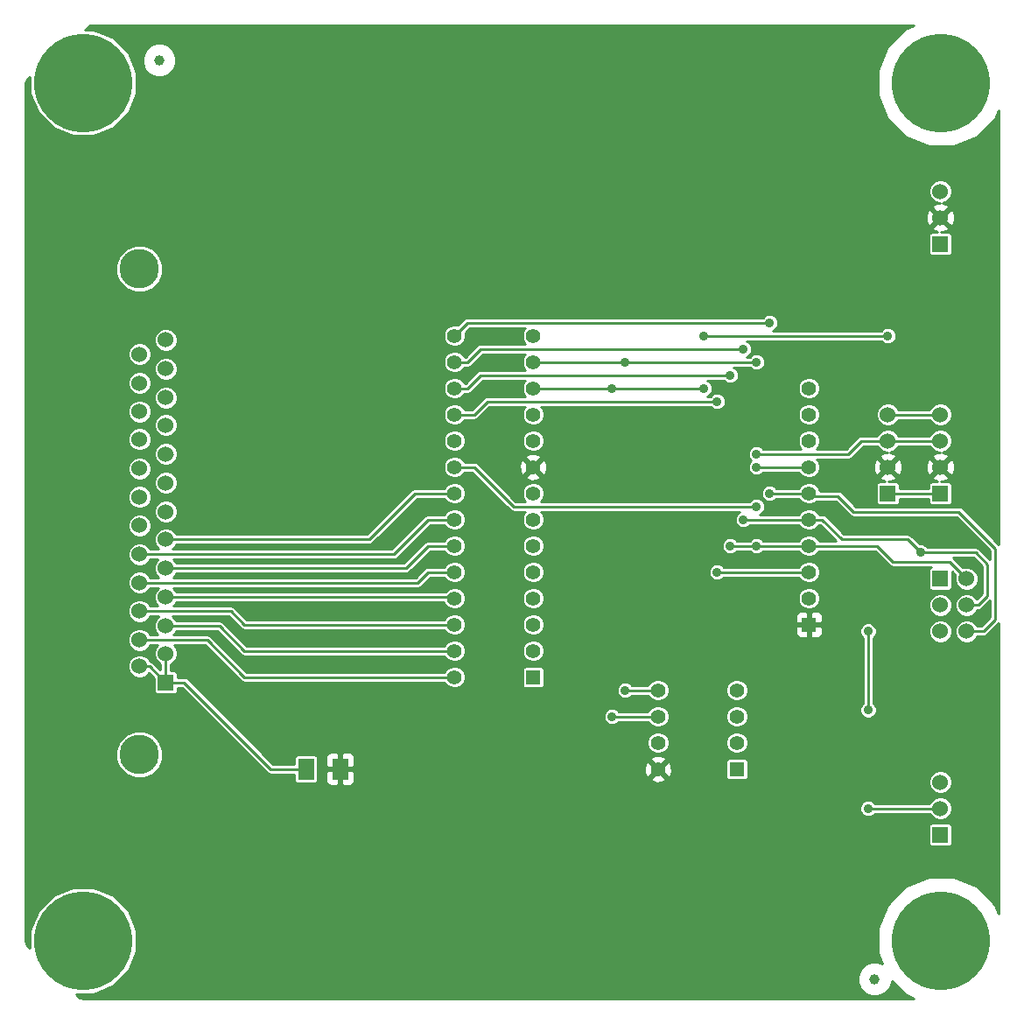
<source format=gtl>
G04 (created by PCBNEW (2013-05-31 BZR 4019)-stable) date 6/28/2014 2:43:38 PM*
%MOIN*%
G04 Gerber Fmt 3.4, Leading zero omitted, Abs format*
%FSLAX34Y34*%
G01*
G70*
G90*
G04 APERTURE LIST*
%ADD10C,0.00590551*%
%ADD11C,0.375*%
%ADD12C,0.0393701*%
%ADD13R,0.06X0.06*%
%ADD14C,0.06*%
%ADD15C,0.15*%
%ADD16R,0.055X0.055*%
%ADD17C,0.055*%
%ADD18R,0.06X0.08*%
%ADD19C,0.035*%
%ADD20C,0.01*%
G04 APERTURE END LIST*
G54D10*
G54D11*
X2362Y-2362D03*
X35039Y-2362D03*
X2362Y-35039D03*
X35039Y-35039D03*
G54D12*
X5250Y-1500D03*
X32500Y-36500D03*
G54D13*
X35000Y-18000D03*
G54D14*
X35000Y-17000D03*
X35000Y-16000D03*
X35000Y-15000D03*
G54D13*
X35000Y-21250D03*
G54D14*
X36000Y-21250D03*
X35000Y-22250D03*
X36000Y-22250D03*
X35000Y-23250D03*
X36000Y-23250D03*
G54D15*
X4500Y-9450D03*
X4500Y-27950D03*
G54D13*
X5500Y-25200D03*
G54D14*
X5500Y-24100D03*
X5500Y-23050D03*
X5500Y-21950D03*
X5500Y-20850D03*
X5500Y-19750D03*
X5500Y-18700D03*
X5500Y-17600D03*
X5500Y-16500D03*
X5500Y-15400D03*
X5500Y-14350D03*
X5500Y-13250D03*
X5500Y-12150D03*
X4500Y-24580D03*
X4500Y-23580D03*
X4500Y-22480D03*
X4500Y-21400D03*
X4500Y-20320D03*
X4500Y-19220D03*
X4500Y-18140D03*
X4500Y-17060D03*
X4500Y-15940D03*
X4500Y-14880D03*
X4500Y-13800D03*
X4500Y-12700D03*
G54D16*
X30000Y-23000D03*
G54D17*
X30000Y-22000D03*
X30000Y-21000D03*
X30000Y-20000D03*
X30000Y-19000D03*
X30000Y-18000D03*
X30000Y-17000D03*
X30000Y-16000D03*
X30000Y-15000D03*
X30000Y-14000D03*
G54D13*
X33000Y-18000D03*
G54D14*
X33000Y-17000D03*
X33000Y-16000D03*
X33000Y-15000D03*
G54D13*
X35000Y-8500D03*
G54D14*
X35000Y-7500D03*
X35000Y-6500D03*
G54D13*
X35000Y-31000D03*
G54D14*
X35000Y-30000D03*
X35000Y-29000D03*
G54D16*
X27250Y-28500D03*
G54D17*
X27250Y-27500D03*
X27250Y-26500D03*
X27250Y-25500D03*
X24250Y-25500D03*
X24250Y-26500D03*
X24250Y-27500D03*
X24250Y-28500D03*
X19500Y-24000D03*
X19500Y-23000D03*
X19500Y-22000D03*
X19500Y-21000D03*
X19500Y-20000D03*
X19500Y-19000D03*
X19500Y-18000D03*
X19500Y-17000D03*
X19500Y-16000D03*
X19500Y-15000D03*
X19500Y-14000D03*
X19500Y-13000D03*
X19500Y-12000D03*
G54D16*
X19500Y-25000D03*
G54D17*
X16500Y-12000D03*
X16500Y-13000D03*
X16500Y-14000D03*
X16500Y-15000D03*
X16500Y-16000D03*
X16500Y-17000D03*
X16500Y-18000D03*
X16500Y-19000D03*
X16500Y-20000D03*
X16500Y-21000D03*
X16500Y-22000D03*
X16500Y-23000D03*
X16500Y-24000D03*
X16500Y-25000D03*
G54D18*
X12150Y-28500D03*
X10850Y-28500D03*
G54D19*
X28500Y-11500D03*
X28500Y-18000D03*
X27500Y-12500D03*
X27500Y-19000D03*
X34250Y-20250D03*
X27000Y-13500D03*
X27000Y-20000D03*
X28000Y-20000D03*
X26000Y-14000D03*
X26000Y-12000D03*
X33000Y-12000D03*
X22500Y-14000D03*
X22500Y-26500D03*
X28000Y-16500D03*
X28000Y-13000D03*
X23000Y-13000D03*
X23000Y-25500D03*
X26500Y-14500D03*
X26500Y-21000D03*
X32250Y-23250D03*
X32250Y-26250D03*
X32250Y-30000D03*
X28000Y-17000D03*
X28000Y-18500D03*
G54D20*
X30000Y-18000D02*
X28500Y-18000D01*
X28500Y-11500D02*
X25000Y-11500D01*
X17000Y-11500D02*
X16500Y-12000D01*
X25000Y-11500D02*
X17500Y-11500D01*
X17500Y-11500D02*
X17000Y-11500D01*
X31700Y-18700D02*
X35700Y-18700D01*
X35700Y-18700D02*
X37100Y-20100D01*
X36000Y-23250D02*
X36650Y-23250D01*
X36650Y-23250D02*
X37100Y-22800D01*
X37100Y-22800D02*
X37100Y-20100D01*
X30100Y-18100D02*
X30000Y-18000D01*
X31100Y-18100D02*
X30100Y-18100D01*
X31700Y-18700D02*
X31100Y-18100D01*
X16500Y-13000D02*
X17000Y-13000D01*
X17000Y-13000D02*
X17500Y-12500D01*
X17500Y-12500D02*
X27500Y-12500D01*
X27500Y-19000D02*
X28000Y-19000D01*
X30000Y-19000D02*
X28000Y-19000D01*
X34250Y-20250D02*
X36350Y-20250D01*
X36450Y-22250D02*
X36000Y-22250D01*
X36800Y-21900D02*
X36450Y-22250D01*
X36800Y-20700D02*
X36800Y-21900D01*
X36350Y-20250D02*
X36800Y-20700D01*
X31250Y-19750D02*
X33750Y-19750D01*
X33750Y-19750D02*
X34250Y-20250D01*
X30000Y-19000D02*
X30500Y-19000D01*
X30500Y-19000D02*
X31250Y-19750D01*
X16500Y-14000D02*
X17000Y-14000D01*
X17000Y-14000D02*
X17500Y-13500D01*
X17500Y-13500D02*
X27000Y-13500D01*
X27000Y-20000D02*
X28000Y-20000D01*
X30000Y-20000D02*
X28000Y-20000D01*
X30000Y-20000D02*
X32600Y-20000D01*
X35350Y-20600D02*
X36000Y-21250D01*
X33200Y-20600D02*
X35350Y-20600D01*
X32600Y-20000D02*
X33200Y-20600D01*
X24000Y-14000D02*
X26000Y-14000D01*
X24000Y-14000D02*
X22500Y-14000D01*
X26000Y-12000D02*
X33000Y-12000D01*
X24250Y-26500D02*
X22500Y-26500D01*
X22500Y-14000D02*
X19500Y-14000D01*
X33000Y-15000D02*
X35000Y-15000D01*
X33000Y-16000D02*
X32000Y-16000D01*
X31500Y-16500D02*
X28000Y-16500D01*
X32000Y-16000D02*
X31500Y-16500D01*
X28000Y-13000D02*
X25500Y-13000D01*
X24500Y-13000D02*
X23000Y-13000D01*
X25500Y-13000D02*
X24500Y-13000D01*
X24250Y-25500D02*
X23000Y-25500D01*
X23000Y-13000D02*
X19500Y-13000D01*
X33000Y-16000D02*
X35000Y-16000D01*
X35000Y-18000D02*
X33000Y-18000D01*
X5500Y-13250D02*
X5749Y-13250D01*
X15000Y-18000D02*
X16500Y-18000D01*
X5500Y-19750D02*
X13249Y-19750D01*
X13249Y-19750D02*
X15000Y-18000D01*
X4500Y-23580D02*
X7080Y-23580D01*
X7080Y-23580D02*
X8500Y-25000D01*
X8500Y-25000D02*
X16500Y-25000D01*
X5500Y-23050D02*
X7550Y-23050D01*
X7550Y-23050D02*
X8500Y-24000D01*
X8500Y-24000D02*
X16500Y-24000D01*
X4500Y-22480D02*
X7980Y-22480D01*
X7980Y-22480D02*
X8500Y-23000D01*
X8500Y-23000D02*
X16500Y-23000D01*
X16450Y-21950D02*
X16500Y-22000D01*
X5500Y-21950D02*
X16450Y-21950D01*
X4500Y-21400D02*
X15099Y-21400D01*
X15099Y-21400D02*
X15500Y-21000D01*
X15500Y-21000D02*
X16500Y-21000D01*
X15500Y-20000D02*
X16500Y-20000D01*
X5500Y-20850D02*
X14649Y-20850D01*
X14649Y-20850D02*
X15500Y-20000D01*
X15500Y-19000D02*
X16500Y-19000D01*
X4500Y-20320D02*
X14179Y-20320D01*
X14179Y-20320D02*
X15500Y-19000D01*
X5500Y-24100D02*
X5500Y-25200D01*
X4500Y-24580D02*
X4880Y-24580D01*
X4880Y-24580D02*
X5500Y-25200D01*
X10850Y-28500D02*
X9500Y-28500D01*
X6200Y-25200D02*
X5500Y-25200D01*
X9500Y-28500D02*
X6200Y-25200D01*
X16500Y-15000D02*
X17250Y-15000D01*
X17750Y-14500D02*
X26500Y-14500D01*
X17250Y-15000D02*
X17750Y-14500D01*
X30000Y-21000D02*
X26500Y-21000D01*
X35000Y-30000D02*
X32250Y-30000D01*
X32250Y-26250D02*
X32250Y-23250D01*
X24750Y-18503D02*
X27996Y-18503D01*
X28000Y-17000D02*
X30000Y-17000D01*
X27996Y-18503D02*
X28000Y-18500D01*
X16500Y-17000D02*
X17250Y-17000D01*
X24750Y-18503D02*
X18753Y-18503D01*
X17250Y-17000D02*
X18753Y-18503D01*
X5749Y-16500D02*
X5500Y-16500D01*
G54D10*
G36*
X37231Y-33995D02*
X37096Y-33667D01*
X36414Y-32984D01*
X35523Y-32614D01*
X35450Y-32614D01*
X35450Y-29910D01*
X35450Y-28910D01*
X35450Y-23160D01*
X35450Y-22160D01*
X35381Y-21995D01*
X35255Y-21868D01*
X35089Y-21800D01*
X34910Y-21799D01*
X34745Y-21868D01*
X34618Y-21994D01*
X34550Y-22160D01*
X34549Y-22339D01*
X34618Y-22504D01*
X34744Y-22631D01*
X34910Y-22699D01*
X35089Y-22700D01*
X35254Y-22631D01*
X35381Y-22505D01*
X35449Y-22339D01*
X35450Y-22160D01*
X35450Y-23160D01*
X35381Y-22995D01*
X35255Y-22868D01*
X35089Y-22800D01*
X34910Y-22799D01*
X34745Y-22868D01*
X34618Y-22994D01*
X34550Y-23160D01*
X34549Y-23339D01*
X34618Y-23504D01*
X34744Y-23631D01*
X34910Y-23699D01*
X35089Y-23700D01*
X35254Y-23631D01*
X35381Y-23505D01*
X35449Y-23339D01*
X35450Y-23160D01*
X35450Y-28910D01*
X35381Y-28745D01*
X35255Y-28618D01*
X35089Y-28550D01*
X34910Y-28549D01*
X34745Y-28618D01*
X34618Y-28744D01*
X34550Y-28910D01*
X34549Y-29089D01*
X34618Y-29254D01*
X34744Y-29381D01*
X34910Y-29449D01*
X35089Y-29450D01*
X35254Y-29381D01*
X35381Y-29255D01*
X35449Y-29089D01*
X35450Y-28910D01*
X35450Y-29910D01*
X35381Y-29745D01*
X35255Y-29618D01*
X35089Y-29550D01*
X34910Y-29549D01*
X34745Y-29618D01*
X34618Y-29744D01*
X34595Y-29800D01*
X32575Y-29800D01*
X32575Y-26185D01*
X32525Y-26066D01*
X32450Y-25990D01*
X32450Y-23509D01*
X32525Y-23434D01*
X32574Y-23314D01*
X32575Y-23185D01*
X32525Y-23066D01*
X32434Y-22974D01*
X32314Y-22925D01*
X32185Y-22924D01*
X32066Y-22974D01*
X31974Y-23065D01*
X31925Y-23185D01*
X31924Y-23314D01*
X31974Y-23433D01*
X32050Y-23509D01*
X32050Y-25990D01*
X31974Y-26065D01*
X31925Y-26185D01*
X31924Y-26314D01*
X31974Y-26433D01*
X32065Y-26525D01*
X32185Y-26574D01*
X32314Y-26575D01*
X32433Y-26525D01*
X32525Y-26434D01*
X32574Y-26314D01*
X32575Y-26185D01*
X32575Y-29800D01*
X32509Y-29800D01*
X32434Y-29724D01*
X32314Y-29675D01*
X32185Y-29674D01*
X32066Y-29724D01*
X31974Y-29815D01*
X31925Y-29935D01*
X31924Y-30064D01*
X31974Y-30183D01*
X32065Y-30275D01*
X32185Y-30324D01*
X32314Y-30325D01*
X32433Y-30275D01*
X32509Y-30200D01*
X34595Y-30200D01*
X34618Y-30254D01*
X34744Y-30381D01*
X34910Y-30449D01*
X35089Y-30450D01*
X35254Y-30381D01*
X35381Y-30255D01*
X35449Y-30089D01*
X35450Y-29910D01*
X35450Y-32614D01*
X35450Y-32614D01*
X35450Y-31270D01*
X35450Y-30670D01*
X35427Y-30615D01*
X35385Y-30572D01*
X35329Y-30550D01*
X35270Y-30549D01*
X34670Y-30549D01*
X34615Y-30572D01*
X34572Y-30614D01*
X34550Y-30670D01*
X34549Y-30729D01*
X34549Y-31329D01*
X34572Y-31384D01*
X34614Y-31427D01*
X34670Y-31449D01*
X34729Y-31450D01*
X35329Y-31450D01*
X35384Y-31427D01*
X35427Y-31385D01*
X35449Y-31329D01*
X35450Y-31270D01*
X35450Y-32614D01*
X34559Y-32613D01*
X33667Y-32982D01*
X32984Y-33663D01*
X32614Y-34554D01*
X32613Y-35519D01*
X32780Y-35922D01*
X32627Y-35859D01*
X32373Y-35859D01*
X32137Y-35956D01*
X31957Y-36136D01*
X31859Y-36372D01*
X31859Y-36626D01*
X31956Y-36862D01*
X32136Y-37042D01*
X32372Y-37140D01*
X32626Y-37140D01*
X32862Y-37043D01*
X33042Y-36863D01*
X33140Y-36627D01*
X33140Y-36569D01*
X33663Y-37093D01*
X33996Y-37231D01*
X30525Y-37231D01*
X30525Y-23324D01*
X30525Y-22675D01*
X30487Y-22583D01*
X30425Y-22521D01*
X30425Y-21915D01*
X30425Y-20915D01*
X30360Y-20759D01*
X30241Y-20639D01*
X30084Y-20575D01*
X29915Y-20574D01*
X29759Y-20639D01*
X29639Y-20758D01*
X29622Y-20800D01*
X26759Y-20800D01*
X26684Y-20724D01*
X26564Y-20675D01*
X26435Y-20674D01*
X26316Y-20724D01*
X26224Y-20815D01*
X26175Y-20935D01*
X26174Y-21064D01*
X26224Y-21183D01*
X26315Y-21275D01*
X26435Y-21324D01*
X26564Y-21325D01*
X26683Y-21275D01*
X26759Y-21200D01*
X29622Y-21200D01*
X29639Y-21240D01*
X29758Y-21360D01*
X29915Y-21424D01*
X30084Y-21425D01*
X30240Y-21360D01*
X30360Y-21241D01*
X30424Y-21084D01*
X30425Y-20915D01*
X30425Y-21915D01*
X30360Y-21759D01*
X30241Y-21639D01*
X30084Y-21575D01*
X29915Y-21574D01*
X29759Y-21639D01*
X29639Y-21758D01*
X29575Y-21915D01*
X29574Y-22084D01*
X29639Y-22240D01*
X29758Y-22360D01*
X29915Y-22424D01*
X30084Y-22425D01*
X30240Y-22360D01*
X30360Y-22241D01*
X30424Y-22084D01*
X30425Y-21915D01*
X30425Y-22521D01*
X30416Y-22513D01*
X30324Y-22475D01*
X30225Y-22474D01*
X30112Y-22475D01*
X30050Y-22537D01*
X30050Y-22950D01*
X30462Y-22950D01*
X30525Y-22887D01*
X30525Y-22675D01*
X30525Y-23324D01*
X30525Y-23112D01*
X30462Y-23050D01*
X30050Y-23050D01*
X30050Y-23462D01*
X30112Y-23525D01*
X30225Y-23525D01*
X30324Y-23524D01*
X30416Y-23486D01*
X30487Y-23416D01*
X30525Y-23324D01*
X30525Y-37231D01*
X29950Y-37231D01*
X29950Y-23462D01*
X29950Y-23050D01*
X29950Y-22950D01*
X29950Y-22537D01*
X29887Y-22475D01*
X29774Y-22474D01*
X29675Y-22475D01*
X29583Y-22513D01*
X29512Y-22583D01*
X29474Y-22675D01*
X29475Y-22887D01*
X29537Y-22950D01*
X29950Y-22950D01*
X29950Y-23050D01*
X29537Y-23050D01*
X29475Y-23112D01*
X29474Y-23324D01*
X29512Y-23416D01*
X29583Y-23486D01*
X29675Y-23524D01*
X29774Y-23525D01*
X29887Y-23525D01*
X29950Y-23462D01*
X29950Y-37231D01*
X27675Y-37231D01*
X27675Y-27415D01*
X27675Y-26415D01*
X27675Y-25415D01*
X27610Y-25259D01*
X27491Y-25139D01*
X27334Y-25075D01*
X27165Y-25074D01*
X27009Y-25139D01*
X26889Y-25258D01*
X26825Y-25415D01*
X26824Y-25584D01*
X26889Y-25740D01*
X27008Y-25860D01*
X27165Y-25924D01*
X27334Y-25925D01*
X27490Y-25860D01*
X27610Y-25741D01*
X27674Y-25584D01*
X27675Y-25415D01*
X27675Y-26415D01*
X27610Y-26259D01*
X27491Y-26139D01*
X27334Y-26075D01*
X27165Y-26074D01*
X27009Y-26139D01*
X26889Y-26258D01*
X26825Y-26415D01*
X26824Y-26584D01*
X26889Y-26740D01*
X27008Y-26860D01*
X27165Y-26924D01*
X27334Y-26925D01*
X27490Y-26860D01*
X27610Y-26741D01*
X27674Y-26584D01*
X27675Y-26415D01*
X27675Y-27415D01*
X27610Y-27259D01*
X27491Y-27139D01*
X27334Y-27075D01*
X27165Y-27074D01*
X27009Y-27139D01*
X26889Y-27258D01*
X26825Y-27415D01*
X26824Y-27584D01*
X26889Y-27740D01*
X27008Y-27860D01*
X27165Y-27924D01*
X27334Y-27925D01*
X27490Y-27860D01*
X27610Y-27741D01*
X27674Y-27584D01*
X27675Y-27415D01*
X27675Y-37231D01*
X27675Y-37231D01*
X27675Y-28745D01*
X27675Y-28195D01*
X27652Y-28140D01*
X27610Y-28097D01*
X27554Y-28075D01*
X27495Y-28074D01*
X26945Y-28074D01*
X26890Y-28097D01*
X26847Y-28139D01*
X26825Y-28195D01*
X26824Y-28254D01*
X26824Y-28804D01*
X26847Y-28859D01*
X26889Y-28902D01*
X26945Y-28924D01*
X27004Y-28925D01*
X27554Y-28925D01*
X27609Y-28902D01*
X27652Y-28860D01*
X27674Y-28804D01*
X27675Y-28745D01*
X27675Y-37231D01*
X24779Y-37231D01*
X24779Y-28575D01*
X24768Y-28367D01*
X24710Y-28227D01*
X24675Y-28217D01*
X24675Y-27415D01*
X24675Y-26415D01*
X24675Y-25415D01*
X24610Y-25259D01*
X24491Y-25139D01*
X24334Y-25075D01*
X24165Y-25074D01*
X24009Y-25139D01*
X23889Y-25258D01*
X23872Y-25300D01*
X23259Y-25300D01*
X23184Y-25224D01*
X23064Y-25175D01*
X22935Y-25174D01*
X22816Y-25224D01*
X22724Y-25315D01*
X22675Y-25435D01*
X22674Y-25564D01*
X22724Y-25683D01*
X22815Y-25775D01*
X22935Y-25824D01*
X23064Y-25825D01*
X23183Y-25775D01*
X23259Y-25700D01*
X23872Y-25700D01*
X23889Y-25740D01*
X24008Y-25860D01*
X24165Y-25924D01*
X24334Y-25925D01*
X24490Y-25860D01*
X24610Y-25741D01*
X24674Y-25584D01*
X24675Y-25415D01*
X24675Y-26415D01*
X24610Y-26259D01*
X24491Y-26139D01*
X24334Y-26075D01*
X24165Y-26074D01*
X24009Y-26139D01*
X23889Y-26258D01*
X23872Y-26300D01*
X22759Y-26300D01*
X22684Y-26224D01*
X22564Y-26175D01*
X22435Y-26174D01*
X22316Y-26224D01*
X22224Y-26315D01*
X22175Y-26435D01*
X22174Y-26564D01*
X22224Y-26683D01*
X22315Y-26775D01*
X22435Y-26824D01*
X22564Y-26825D01*
X22683Y-26775D01*
X22759Y-26700D01*
X23872Y-26700D01*
X23889Y-26740D01*
X24008Y-26860D01*
X24165Y-26924D01*
X24334Y-26925D01*
X24490Y-26860D01*
X24610Y-26741D01*
X24674Y-26584D01*
X24675Y-26415D01*
X24675Y-27415D01*
X24610Y-27259D01*
X24491Y-27139D01*
X24334Y-27075D01*
X24165Y-27074D01*
X24009Y-27139D01*
X23889Y-27258D01*
X23825Y-27415D01*
X23824Y-27584D01*
X23889Y-27740D01*
X24008Y-27860D01*
X24165Y-27924D01*
X24334Y-27925D01*
X24490Y-27860D01*
X24610Y-27741D01*
X24674Y-27584D01*
X24675Y-27415D01*
X24675Y-28217D01*
X24617Y-28202D01*
X24547Y-28273D01*
X24547Y-28132D01*
X24522Y-28039D01*
X24325Y-27970D01*
X24117Y-27981D01*
X23977Y-28039D01*
X23952Y-28132D01*
X24250Y-28429D01*
X24547Y-28132D01*
X24547Y-28273D01*
X24320Y-28500D01*
X24617Y-28797D01*
X24710Y-28772D01*
X24779Y-28575D01*
X24779Y-37231D01*
X24547Y-37231D01*
X24547Y-28867D01*
X24250Y-28570D01*
X24179Y-28641D01*
X24179Y-28500D01*
X23882Y-28202D01*
X23789Y-28227D01*
X23720Y-28424D01*
X23731Y-28632D01*
X23789Y-28772D01*
X23882Y-28797D01*
X24179Y-28500D01*
X24179Y-28641D01*
X23952Y-28867D01*
X23977Y-28960D01*
X24174Y-29029D01*
X24382Y-29018D01*
X24522Y-28960D01*
X24547Y-28867D01*
X24547Y-37231D01*
X19925Y-37231D01*
X19925Y-23915D01*
X19925Y-22915D01*
X19925Y-21915D01*
X19925Y-20915D01*
X19925Y-19915D01*
X19860Y-19759D01*
X19741Y-19639D01*
X19584Y-19575D01*
X19415Y-19574D01*
X19259Y-19639D01*
X19139Y-19758D01*
X19075Y-19915D01*
X19074Y-20084D01*
X19139Y-20240D01*
X19258Y-20360D01*
X19415Y-20424D01*
X19584Y-20425D01*
X19740Y-20360D01*
X19860Y-20241D01*
X19924Y-20084D01*
X19925Y-19915D01*
X19925Y-20915D01*
X19860Y-20759D01*
X19741Y-20639D01*
X19584Y-20575D01*
X19415Y-20574D01*
X19259Y-20639D01*
X19139Y-20758D01*
X19075Y-20915D01*
X19074Y-21084D01*
X19139Y-21240D01*
X19258Y-21360D01*
X19415Y-21424D01*
X19584Y-21425D01*
X19740Y-21360D01*
X19860Y-21241D01*
X19924Y-21084D01*
X19925Y-20915D01*
X19925Y-21915D01*
X19860Y-21759D01*
X19741Y-21639D01*
X19584Y-21575D01*
X19415Y-21574D01*
X19259Y-21639D01*
X19139Y-21758D01*
X19075Y-21915D01*
X19074Y-22084D01*
X19139Y-22240D01*
X19258Y-22360D01*
X19415Y-22424D01*
X19584Y-22425D01*
X19740Y-22360D01*
X19860Y-22241D01*
X19924Y-22084D01*
X19925Y-21915D01*
X19925Y-22915D01*
X19860Y-22759D01*
X19741Y-22639D01*
X19584Y-22575D01*
X19415Y-22574D01*
X19259Y-22639D01*
X19139Y-22758D01*
X19075Y-22915D01*
X19074Y-23084D01*
X19139Y-23240D01*
X19258Y-23360D01*
X19415Y-23424D01*
X19584Y-23425D01*
X19740Y-23360D01*
X19860Y-23241D01*
X19924Y-23084D01*
X19925Y-22915D01*
X19925Y-23915D01*
X19860Y-23759D01*
X19741Y-23639D01*
X19584Y-23575D01*
X19415Y-23574D01*
X19259Y-23639D01*
X19139Y-23758D01*
X19075Y-23915D01*
X19074Y-24084D01*
X19139Y-24240D01*
X19258Y-24360D01*
X19415Y-24424D01*
X19584Y-24425D01*
X19740Y-24360D01*
X19860Y-24241D01*
X19924Y-24084D01*
X19925Y-23915D01*
X19925Y-37231D01*
X19925Y-37231D01*
X19925Y-25245D01*
X19925Y-24695D01*
X19902Y-24640D01*
X19860Y-24597D01*
X19804Y-24575D01*
X19745Y-24574D01*
X19195Y-24574D01*
X19140Y-24597D01*
X19097Y-24639D01*
X19075Y-24695D01*
X19074Y-24754D01*
X19074Y-25304D01*
X19097Y-25359D01*
X19139Y-25402D01*
X19195Y-25424D01*
X19254Y-25425D01*
X19804Y-25425D01*
X19859Y-25402D01*
X19902Y-25360D01*
X19924Y-25304D01*
X19925Y-25245D01*
X19925Y-37231D01*
X16925Y-37231D01*
X16925Y-24915D01*
X16860Y-24759D01*
X16741Y-24639D01*
X16584Y-24575D01*
X16415Y-24574D01*
X16259Y-24639D01*
X16139Y-24758D01*
X16122Y-24800D01*
X8582Y-24800D01*
X7222Y-23439D01*
X7157Y-23396D01*
X7080Y-23380D01*
X5806Y-23380D01*
X5881Y-23306D01*
X5904Y-23250D01*
X7467Y-23250D01*
X8358Y-24141D01*
X8358Y-24141D01*
X8401Y-24170D01*
X8423Y-24184D01*
X8423Y-24184D01*
X8499Y-24199D01*
X8500Y-24200D01*
X16122Y-24200D01*
X16139Y-24240D01*
X16258Y-24360D01*
X16415Y-24424D01*
X16584Y-24425D01*
X16740Y-24360D01*
X16860Y-24241D01*
X16924Y-24084D01*
X16925Y-23915D01*
X16860Y-23759D01*
X16741Y-23639D01*
X16584Y-23575D01*
X16415Y-23574D01*
X16259Y-23639D01*
X16139Y-23758D01*
X16122Y-23800D01*
X8582Y-23800D01*
X7692Y-22909D01*
X7627Y-22866D01*
X7550Y-22850D01*
X5904Y-22850D01*
X5881Y-22796D01*
X5766Y-22680D01*
X7897Y-22680D01*
X8358Y-23141D01*
X8358Y-23141D01*
X8401Y-23170D01*
X8423Y-23184D01*
X8423Y-23184D01*
X8499Y-23199D01*
X8500Y-23200D01*
X16122Y-23200D01*
X16139Y-23240D01*
X16258Y-23360D01*
X16415Y-23424D01*
X16584Y-23425D01*
X16740Y-23360D01*
X16860Y-23241D01*
X16924Y-23084D01*
X16925Y-22915D01*
X16860Y-22759D01*
X16741Y-22639D01*
X16584Y-22575D01*
X16415Y-22574D01*
X16259Y-22639D01*
X16139Y-22758D01*
X16122Y-22800D01*
X8582Y-22800D01*
X8122Y-22339D01*
X8057Y-22296D01*
X7980Y-22280D01*
X5806Y-22280D01*
X5881Y-22206D01*
X5904Y-22150D01*
X16102Y-22150D01*
X16139Y-22240D01*
X16258Y-22360D01*
X16415Y-22424D01*
X16584Y-22425D01*
X16740Y-22360D01*
X16860Y-22241D01*
X16924Y-22084D01*
X16925Y-21915D01*
X16860Y-21759D01*
X16741Y-21639D01*
X16584Y-21575D01*
X16415Y-21574D01*
X16259Y-21639D01*
X16148Y-21750D01*
X5904Y-21750D01*
X5881Y-21696D01*
X5786Y-21600D01*
X15099Y-21600D01*
X15175Y-21585D01*
X15240Y-21542D01*
X15582Y-21200D01*
X16122Y-21200D01*
X16139Y-21240D01*
X16258Y-21360D01*
X16415Y-21424D01*
X16584Y-21425D01*
X16740Y-21360D01*
X16860Y-21241D01*
X16924Y-21084D01*
X16925Y-20915D01*
X16860Y-20759D01*
X16741Y-20639D01*
X16584Y-20575D01*
X16415Y-20574D01*
X16259Y-20639D01*
X16139Y-20758D01*
X16122Y-20800D01*
X15500Y-20800D01*
X15436Y-20812D01*
X15423Y-20815D01*
X15358Y-20858D01*
X15016Y-21200D01*
X5786Y-21200D01*
X5881Y-21106D01*
X5904Y-21050D01*
X14649Y-21050D01*
X14725Y-21035D01*
X14790Y-20992D01*
X15582Y-20200D01*
X16122Y-20200D01*
X16139Y-20240D01*
X16258Y-20360D01*
X16415Y-20424D01*
X16584Y-20425D01*
X16740Y-20360D01*
X16860Y-20241D01*
X16924Y-20084D01*
X16925Y-19915D01*
X16860Y-19759D01*
X16741Y-19639D01*
X16584Y-19575D01*
X16415Y-19574D01*
X16259Y-19639D01*
X16139Y-19758D01*
X16122Y-19800D01*
X15500Y-19800D01*
X15423Y-19815D01*
X15401Y-19829D01*
X15358Y-19858D01*
X14566Y-20650D01*
X5904Y-20650D01*
X5881Y-20596D01*
X5806Y-20520D01*
X14179Y-20520D01*
X14255Y-20505D01*
X14320Y-20462D01*
X15582Y-19200D01*
X16122Y-19200D01*
X16139Y-19240D01*
X16258Y-19360D01*
X16415Y-19424D01*
X16584Y-19425D01*
X16740Y-19360D01*
X16860Y-19241D01*
X16924Y-19084D01*
X16925Y-18915D01*
X16860Y-18759D01*
X16741Y-18639D01*
X16584Y-18575D01*
X16415Y-18574D01*
X16259Y-18639D01*
X16139Y-18758D01*
X16122Y-18800D01*
X15500Y-18800D01*
X15423Y-18815D01*
X15401Y-18829D01*
X15358Y-18858D01*
X14096Y-20120D01*
X5766Y-20120D01*
X5881Y-20006D01*
X5904Y-19950D01*
X13249Y-19950D01*
X13325Y-19935D01*
X13390Y-19892D01*
X15082Y-18200D01*
X16122Y-18200D01*
X16139Y-18240D01*
X16258Y-18360D01*
X16415Y-18424D01*
X16584Y-18425D01*
X16740Y-18360D01*
X16860Y-18241D01*
X16924Y-18084D01*
X16925Y-17915D01*
X16860Y-17759D01*
X16741Y-17639D01*
X16584Y-17575D01*
X16415Y-17574D01*
X16259Y-17639D01*
X16139Y-17758D01*
X16122Y-17800D01*
X15000Y-17800D01*
X14923Y-17815D01*
X14901Y-17829D01*
X14858Y-17858D01*
X13166Y-19550D01*
X5950Y-19550D01*
X5950Y-18611D01*
X5950Y-17511D01*
X5950Y-16411D01*
X5950Y-15311D01*
X5950Y-14261D01*
X5950Y-13161D01*
X5950Y-12061D01*
X5890Y-11917D01*
X5890Y-1373D01*
X5793Y-1137D01*
X5613Y-957D01*
X5377Y-859D01*
X5123Y-859D01*
X4887Y-956D01*
X4707Y-1136D01*
X4609Y-1372D01*
X4609Y-1626D01*
X4706Y-1862D01*
X4886Y-2042D01*
X5122Y-2140D01*
X5376Y-2140D01*
X5612Y-2043D01*
X5792Y-1863D01*
X5890Y-1627D01*
X5890Y-1373D01*
X5890Y-11917D01*
X5881Y-11896D01*
X5755Y-11769D01*
X5589Y-11700D01*
X5410Y-11700D01*
X5400Y-11705D01*
X5400Y-9272D01*
X5263Y-8941D01*
X5010Y-8688D01*
X4679Y-8550D01*
X4321Y-8550D01*
X3990Y-8687D01*
X3737Y-8940D01*
X3600Y-9270D01*
X3599Y-9629D01*
X3736Y-9959D01*
X3989Y-10213D01*
X4320Y-10350D01*
X4678Y-10350D01*
X5009Y-10214D01*
X5262Y-9961D01*
X5399Y-9630D01*
X5400Y-9272D01*
X5400Y-11705D01*
X5245Y-11769D01*
X5118Y-11895D01*
X5050Y-12060D01*
X5049Y-12239D01*
X5118Y-12405D01*
X5244Y-12532D01*
X5410Y-12600D01*
X5589Y-12600D01*
X5754Y-12532D01*
X5881Y-12406D01*
X5949Y-12240D01*
X5950Y-12061D01*
X5950Y-13161D01*
X5881Y-12996D01*
X5755Y-12869D01*
X5589Y-12800D01*
X5410Y-12800D01*
X5245Y-12869D01*
X5118Y-12995D01*
X5050Y-13160D01*
X5049Y-13339D01*
X5118Y-13505D01*
X5244Y-13632D01*
X5410Y-13700D01*
X5589Y-13700D01*
X5754Y-13632D01*
X5881Y-13506D01*
X5949Y-13340D01*
X5950Y-13161D01*
X5950Y-14261D01*
X5881Y-14096D01*
X5755Y-13969D01*
X5589Y-13900D01*
X5410Y-13900D01*
X5245Y-13969D01*
X5118Y-14095D01*
X5050Y-14260D01*
X5049Y-14439D01*
X5118Y-14605D01*
X5244Y-14732D01*
X5410Y-14800D01*
X5589Y-14800D01*
X5754Y-14732D01*
X5881Y-14606D01*
X5949Y-14440D01*
X5950Y-14261D01*
X5950Y-15311D01*
X5881Y-15146D01*
X5755Y-15019D01*
X5589Y-14950D01*
X5410Y-14950D01*
X5245Y-15019D01*
X5118Y-15145D01*
X5050Y-15310D01*
X5049Y-15489D01*
X5118Y-15655D01*
X5244Y-15782D01*
X5410Y-15850D01*
X5589Y-15850D01*
X5754Y-15782D01*
X5881Y-15656D01*
X5949Y-15490D01*
X5950Y-15311D01*
X5950Y-16411D01*
X5881Y-16246D01*
X5755Y-16119D01*
X5589Y-16050D01*
X5410Y-16050D01*
X5245Y-16119D01*
X5118Y-16245D01*
X5050Y-16410D01*
X5049Y-16589D01*
X5118Y-16755D01*
X5244Y-16882D01*
X5410Y-16950D01*
X5589Y-16950D01*
X5754Y-16882D01*
X5881Y-16756D01*
X5949Y-16590D01*
X5950Y-16411D01*
X5950Y-17511D01*
X5881Y-17346D01*
X5755Y-17219D01*
X5589Y-17150D01*
X5410Y-17150D01*
X5245Y-17219D01*
X5118Y-17345D01*
X5050Y-17510D01*
X5049Y-17689D01*
X5118Y-17855D01*
X5244Y-17982D01*
X5410Y-18050D01*
X5589Y-18050D01*
X5754Y-17982D01*
X5881Y-17856D01*
X5949Y-17690D01*
X5950Y-17511D01*
X5950Y-18611D01*
X5881Y-18446D01*
X5755Y-18319D01*
X5589Y-18250D01*
X5410Y-18250D01*
X5245Y-18319D01*
X5118Y-18445D01*
X5050Y-18610D01*
X5049Y-18789D01*
X5118Y-18955D01*
X5244Y-19082D01*
X5410Y-19150D01*
X5589Y-19150D01*
X5754Y-19082D01*
X5881Y-18956D01*
X5949Y-18790D01*
X5950Y-18611D01*
X5950Y-19550D01*
X5904Y-19550D01*
X5881Y-19496D01*
X5755Y-19369D01*
X5589Y-19300D01*
X5410Y-19300D01*
X5245Y-19369D01*
X5118Y-19495D01*
X5050Y-19660D01*
X5049Y-19839D01*
X5118Y-20005D01*
X5233Y-20120D01*
X4950Y-20120D01*
X4950Y-19131D01*
X4950Y-18051D01*
X4950Y-16971D01*
X4950Y-15851D01*
X4950Y-14791D01*
X4950Y-13711D01*
X4950Y-12611D01*
X4881Y-12446D01*
X4755Y-12319D01*
X4589Y-12250D01*
X4410Y-12250D01*
X4245Y-12319D01*
X4118Y-12445D01*
X4050Y-12610D01*
X4049Y-12789D01*
X4118Y-12955D01*
X4244Y-13082D01*
X4410Y-13150D01*
X4589Y-13150D01*
X4754Y-13082D01*
X4881Y-12956D01*
X4949Y-12790D01*
X4950Y-12611D01*
X4950Y-13711D01*
X4881Y-13546D01*
X4755Y-13419D01*
X4589Y-13350D01*
X4410Y-13350D01*
X4245Y-13419D01*
X4118Y-13545D01*
X4050Y-13710D01*
X4049Y-13889D01*
X4118Y-14055D01*
X4244Y-14182D01*
X4410Y-14250D01*
X4589Y-14250D01*
X4754Y-14182D01*
X4881Y-14056D01*
X4949Y-13890D01*
X4950Y-13711D01*
X4950Y-14791D01*
X4881Y-14626D01*
X4755Y-14499D01*
X4589Y-14430D01*
X4410Y-14430D01*
X4245Y-14499D01*
X4118Y-14625D01*
X4050Y-14790D01*
X4049Y-14969D01*
X4118Y-15135D01*
X4244Y-15262D01*
X4410Y-15330D01*
X4589Y-15330D01*
X4754Y-15262D01*
X4881Y-15136D01*
X4949Y-14970D01*
X4950Y-14791D01*
X4950Y-15851D01*
X4881Y-15686D01*
X4755Y-15559D01*
X4589Y-15490D01*
X4410Y-15490D01*
X4245Y-15559D01*
X4118Y-15685D01*
X4050Y-15850D01*
X4049Y-16029D01*
X4118Y-16195D01*
X4244Y-16322D01*
X4410Y-16390D01*
X4589Y-16390D01*
X4754Y-16322D01*
X4881Y-16196D01*
X4949Y-16030D01*
X4950Y-15851D01*
X4950Y-16971D01*
X4881Y-16806D01*
X4755Y-16679D01*
X4589Y-16610D01*
X4410Y-16610D01*
X4245Y-16679D01*
X4118Y-16805D01*
X4050Y-16970D01*
X4049Y-17149D01*
X4118Y-17315D01*
X4244Y-17442D01*
X4410Y-17510D01*
X4589Y-17510D01*
X4754Y-17442D01*
X4881Y-17316D01*
X4949Y-17150D01*
X4950Y-16971D01*
X4950Y-18051D01*
X4881Y-17886D01*
X4755Y-17759D01*
X4589Y-17690D01*
X4410Y-17690D01*
X4245Y-17759D01*
X4118Y-17885D01*
X4050Y-18050D01*
X4049Y-18229D01*
X4118Y-18395D01*
X4244Y-18522D01*
X4410Y-18590D01*
X4589Y-18590D01*
X4754Y-18522D01*
X4881Y-18396D01*
X4949Y-18230D01*
X4950Y-18051D01*
X4950Y-19131D01*
X4881Y-18966D01*
X4755Y-18839D01*
X4589Y-18770D01*
X4410Y-18770D01*
X4245Y-18839D01*
X4118Y-18965D01*
X4050Y-19130D01*
X4049Y-19309D01*
X4118Y-19475D01*
X4244Y-19602D01*
X4410Y-19670D01*
X4589Y-19670D01*
X4754Y-19602D01*
X4881Y-19476D01*
X4949Y-19310D01*
X4950Y-19131D01*
X4950Y-20120D01*
X4904Y-20120D01*
X4881Y-20066D01*
X4755Y-19939D01*
X4589Y-19870D01*
X4410Y-19870D01*
X4245Y-19939D01*
X4118Y-20065D01*
X4050Y-20230D01*
X4049Y-20409D01*
X4118Y-20575D01*
X4244Y-20702D01*
X4410Y-20770D01*
X4589Y-20770D01*
X4754Y-20702D01*
X4881Y-20576D01*
X4904Y-20520D01*
X5193Y-20520D01*
X5118Y-20595D01*
X5050Y-20760D01*
X5049Y-20939D01*
X5118Y-21105D01*
X5213Y-21200D01*
X4904Y-21200D01*
X4881Y-21146D01*
X4755Y-21019D01*
X4589Y-20950D01*
X4410Y-20950D01*
X4245Y-21019D01*
X4118Y-21145D01*
X4050Y-21310D01*
X4049Y-21489D01*
X4118Y-21655D01*
X4244Y-21782D01*
X4410Y-21850D01*
X4589Y-21850D01*
X4754Y-21782D01*
X4881Y-21656D01*
X4904Y-21600D01*
X5213Y-21600D01*
X5118Y-21695D01*
X5050Y-21860D01*
X5049Y-22039D01*
X5118Y-22205D01*
X5193Y-22280D01*
X4904Y-22280D01*
X4881Y-22226D01*
X4755Y-22099D01*
X4589Y-22030D01*
X4410Y-22030D01*
X4245Y-22099D01*
X4118Y-22225D01*
X4050Y-22390D01*
X4049Y-22569D01*
X4118Y-22735D01*
X4244Y-22862D01*
X4410Y-22930D01*
X4589Y-22930D01*
X4754Y-22862D01*
X4881Y-22736D01*
X4904Y-22680D01*
X5233Y-22680D01*
X5118Y-22795D01*
X5050Y-22960D01*
X5049Y-23139D01*
X5118Y-23305D01*
X5193Y-23380D01*
X4904Y-23380D01*
X4881Y-23326D01*
X4755Y-23199D01*
X4589Y-23130D01*
X4410Y-23130D01*
X4245Y-23199D01*
X4118Y-23325D01*
X4050Y-23490D01*
X4049Y-23669D01*
X4118Y-23835D01*
X4244Y-23962D01*
X4410Y-24030D01*
X4589Y-24030D01*
X4754Y-23962D01*
X4881Y-23836D01*
X4904Y-23780D01*
X5183Y-23780D01*
X5118Y-23845D01*
X5050Y-24010D01*
X5049Y-24189D01*
X5118Y-24355D01*
X5244Y-24482D01*
X5300Y-24504D01*
X5300Y-24717D01*
X5021Y-24439D01*
X4956Y-24396D01*
X4906Y-24386D01*
X4881Y-24326D01*
X4755Y-24199D01*
X4589Y-24130D01*
X4410Y-24130D01*
X4245Y-24199D01*
X4118Y-24325D01*
X4050Y-24490D01*
X4049Y-24669D01*
X4118Y-24835D01*
X4244Y-24962D01*
X4410Y-25030D01*
X4589Y-25030D01*
X4754Y-24962D01*
X4866Y-24850D01*
X5049Y-25033D01*
X5049Y-25530D01*
X5072Y-25585D01*
X5114Y-25627D01*
X5170Y-25650D01*
X5229Y-25650D01*
X5829Y-25650D01*
X5884Y-25628D01*
X5927Y-25585D01*
X5949Y-25530D01*
X5950Y-25471D01*
X5950Y-25400D01*
X6117Y-25400D01*
X9358Y-28641D01*
X9358Y-28641D01*
X9401Y-28670D01*
X9423Y-28684D01*
X9423Y-28684D01*
X9500Y-28700D01*
X10399Y-28700D01*
X10399Y-28929D01*
X10422Y-28984D01*
X10464Y-29027D01*
X10520Y-29049D01*
X10579Y-29050D01*
X11179Y-29050D01*
X11234Y-29027D01*
X11277Y-28985D01*
X11299Y-28929D01*
X11300Y-28870D01*
X11300Y-28070D01*
X11277Y-28015D01*
X11235Y-27972D01*
X11179Y-27950D01*
X11120Y-27949D01*
X10520Y-27949D01*
X10465Y-27972D01*
X10422Y-28014D01*
X10400Y-28070D01*
X10399Y-28129D01*
X10399Y-28300D01*
X9582Y-28300D01*
X6342Y-25059D01*
X6277Y-25016D01*
X6200Y-25000D01*
X5950Y-25000D01*
X5950Y-24871D01*
X5927Y-24815D01*
X5885Y-24773D01*
X5829Y-24750D01*
X5770Y-24750D01*
X5700Y-24750D01*
X5700Y-24505D01*
X5754Y-24482D01*
X5881Y-24356D01*
X5949Y-24190D01*
X5950Y-24011D01*
X5881Y-23846D01*
X5816Y-23780D01*
X6997Y-23780D01*
X8358Y-25141D01*
X8423Y-25184D01*
X8500Y-25200D01*
X16122Y-25200D01*
X16139Y-25240D01*
X16258Y-25360D01*
X16415Y-25424D01*
X16584Y-25425D01*
X16740Y-25360D01*
X16860Y-25241D01*
X16924Y-25084D01*
X16925Y-24915D01*
X16925Y-37231D01*
X12700Y-37231D01*
X12700Y-28850D01*
X12700Y-28149D01*
X12699Y-28050D01*
X12661Y-27958D01*
X12591Y-27887D01*
X12499Y-27849D01*
X12262Y-27850D01*
X12200Y-27912D01*
X12200Y-28450D01*
X12637Y-28450D01*
X12700Y-28387D01*
X12700Y-28149D01*
X12700Y-28850D01*
X12700Y-28612D01*
X12637Y-28550D01*
X12200Y-28550D01*
X12200Y-29087D01*
X12262Y-29150D01*
X12499Y-29150D01*
X12591Y-29112D01*
X12661Y-29041D01*
X12699Y-28949D01*
X12700Y-28850D01*
X12700Y-37231D01*
X12100Y-37231D01*
X12100Y-29087D01*
X12100Y-28550D01*
X12100Y-28450D01*
X12100Y-27912D01*
X12037Y-27850D01*
X11800Y-27849D01*
X11708Y-27887D01*
X11638Y-27958D01*
X11600Y-28050D01*
X11599Y-28149D01*
X11600Y-28387D01*
X11662Y-28450D01*
X12100Y-28450D01*
X12100Y-28550D01*
X11662Y-28550D01*
X11600Y-28612D01*
X11599Y-28850D01*
X11600Y-28949D01*
X11638Y-29041D01*
X11708Y-29112D01*
X11800Y-29150D01*
X12037Y-29150D01*
X12100Y-29087D01*
X12100Y-37231D01*
X5400Y-37231D01*
X5400Y-27772D01*
X5263Y-27441D01*
X5010Y-27188D01*
X4679Y-27050D01*
X4321Y-27050D01*
X3990Y-27187D01*
X3737Y-27440D01*
X3600Y-27770D01*
X3599Y-28129D01*
X3736Y-28459D01*
X3989Y-28713D01*
X4320Y-28850D01*
X4678Y-28850D01*
X5009Y-28714D01*
X5262Y-28461D01*
X5399Y-28130D01*
X5400Y-27772D01*
X5400Y-37231D01*
X2374Y-37231D01*
X2235Y-37204D01*
X2095Y-37064D01*
X2763Y-37064D01*
X3507Y-36757D01*
X4077Y-36187D01*
X4386Y-35443D01*
X4387Y-34638D01*
X4079Y-33893D01*
X3510Y-33323D01*
X2766Y-33014D01*
X1961Y-33014D01*
X1216Y-33321D01*
X646Y-33890D01*
X337Y-34634D01*
X336Y-35305D01*
X198Y-35167D01*
X169Y-35022D01*
X169Y-2378D01*
X192Y-2262D01*
X337Y-2138D01*
X336Y-2763D01*
X644Y-3507D01*
X1213Y-4077D01*
X1957Y-4386D01*
X2763Y-4387D01*
X3507Y-4079D01*
X4077Y-3510D01*
X4386Y-2766D01*
X4387Y-1961D01*
X4079Y-1216D01*
X3510Y-646D01*
X2766Y-337D01*
X2439Y-337D01*
X2634Y-169D01*
X33995Y-169D01*
X33667Y-305D01*
X32984Y-986D01*
X32614Y-1877D01*
X32613Y-2842D01*
X32982Y-3734D01*
X33663Y-4416D01*
X34554Y-4786D01*
X35519Y-4787D01*
X36411Y-4419D01*
X37093Y-3737D01*
X37231Y-3405D01*
X37231Y-19949D01*
X35841Y-18558D01*
X35776Y-18515D01*
X35700Y-18500D01*
X35554Y-18500D01*
X35554Y-17081D01*
X35554Y-7581D01*
X35543Y-7363D01*
X35481Y-7212D01*
X35450Y-7203D01*
X35450Y-6410D01*
X35381Y-6245D01*
X35255Y-6118D01*
X35089Y-6050D01*
X34910Y-6049D01*
X34745Y-6118D01*
X34618Y-6244D01*
X34550Y-6410D01*
X34549Y-6589D01*
X34618Y-6754D01*
X34744Y-6881D01*
X34910Y-6949D01*
X34986Y-6949D01*
X34863Y-6956D01*
X34712Y-7018D01*
X34684Y-7114D01*
X35000Y-7429D01*
X35315Y-7114D01*
X35287Y-7018D01*
X35092Y-6948D01*
X35254Y-6881D01*
X35381Y-6755D01*
X35449Y-6589D01*
X35450Y-6410D01*
X35450Y-7203D01*
X35385Y-7184D01*
X35070Y-7500D01*
X35385Y-7815D01*
X35481Y-7787D01*
X35554Y-7581D01*
X35554Y-17081D01*
X35543Y-16863D01*
X35481Y-16712D01*
X35450Y-16703D01*
X35450Y-15910D01*
X35450Y-14910D01*
X35450Y-14910D01*
X35450Y-8770D01*
X35450Y-8170D01*
X35427Y-8115D01*
X35385Y-8072D01*
X35329Y-8050D01*
X35270Y-8049D01*
X35014Y-8049D01*
X35136Y-8043D01*
X35287Y-7981D01*
X35315Y-7885D01*
X35000Y-7570D01*
X34929Y-7641D01*
X34929Y-7500D01*
X34614Y-7184D01*
X34518Y-7212D01*
X34445Y-7418D01*
X34456Y-7636D01*
X34518Y-7787D01*
X34614Y-7815D01*
X34929Y-7500D01*
X34929Y-7641D01*
X34684Y-7885D01*
X34712Y-7981D01*
X34904Y-8049D01*
X34670Y-8049D01*
X34615Y-8072D01*
X34572Y-8114D01*
X34550Y-8170D01*
X34549Y-8229D01*
X34549Y-8829D01*
X34572Y-8884D01*
X34614Y-8927D01*
X34670Y-8949D01*
X34729Y-8950D01*
X35329Y-8950D01*
X35384Y-8927D01*
X35427Y-8885D01*
X35449Y-8829D01*
X35450Y-8770D01*
X35450Y-14910D01*
X35381Y-14745D01*
X35255Y-14618D01*
X35089Y-14550D01*
X34910Y-14549D01*
X34745Y-14618D01*
X34618Y-14744D01*
X34595Y-14800D01*
X33404Y-14800D01*
X33381Y-14745D01*
X33325Y-14688D01*
X33325Y-11935D01*
X33275Y-11816D01*
X33184Y-11724D01*
X33064Y-11675D01*
X32935Y-11674D01*
X32816Y-11724D01*
X32740Y-11800D01*
X28625Y-11800D01*
X28683Y-11775D01*
X28775Y-11684D01*
X28824Y-11564D01*
X28825Y-11435D01*
X28775Y-11316D01*
X28684Y-11224D01*
X28564Y-11175D01*
X28435Y-11174D01*
X28316Y-11224D01*
X28240Y-11300D01*
X25000Y-11300D01*
X17500Y-11300D01*
X17000Y-11300D01*
X16936Y-11312D01*
X16923Y-11315D01*
X16858Y-11358D01*
X16625Y-11591D01*
X16584Y-11575D01*
X16415Y-11574D01*
X16259Y-11639D01*
X16139Y-11758D01*
X16075Y-11915D01*
X16074Y-12084D01*
X16139Y-12240D01*
X16258Y-12360D01*
X16415Y-12424D01*
X16584Y-12425D01*
X16740Y-12360D01*
X16860Y-12241D01*
X16924Y-12084D01*
X16925Y-11915D01*
X16908Y-11874D01*
X17082Y-11700D01*
X17500Y-11700D01*
X19198Y-11700D01*
X19139Y-11758D01*
X19075Y-11915D01*
X19074Y-12084D01*
X19139Y-12240D01*
X19198Y-12300D01*
X17500Y-12300D01*
X17436Y-12312D01*
X17423Y-12315D01*
X17358Y-12358D01*
X16917Y-12800D01*
X16877Y-12800D01*
X16860Y-12759D01*
X16741Y-12639D01*
X16584Y-12575D01*
X16415Y-12574D01*
X16259Y-12639D01*
X16139Y-12758D01*
X16075Y-12915D01*
X16074Y-13084D01*
X16139Y-13240D01*
X16258Y-13360D01*
X16415Y-13424D01*
X16584Y-13425D01*
X16740Y-13360D01*
X16860Y-13241D01*
X16877Y-13200D01*
X17000Y-13200D01*
X17076Y-13184D01*
X17141Y-13141D01*
X17582Y-12700D01*
X19198Y-12700D01*
X19139Y-12758D01*
X19075Y-12915D01*
X19074Y-13084D01*
X19139Y-13240D01*
X19198Y-13300D01*
X17500Y-13300D01*
X17436Y-13312D01*
X17423Y-13315D01*
X17358Y-13358D01*
X16917Y-13800D01*
X16877Y-13800D01*
X16860Y-13759D01*
X16741Y-13639D01*
X16584Y-13575D01*
X16415Y-13574D01*
X16259Y-13639D01*
X16139Y-13758D01*
X16075Y-13915D01*
X16074Y-14084D01*
X16139Y-14240D01*
X16258Y-14360D01*
X16415Y-14424D01*
X16584Y-14425D01*
X16740Y-14360D01*
X16860Y-14241D01*
X16877Y-14200D01*
X17000Y-14200D01*
X17076Y-14184D01*
X17141Y-14141D01*
X17582Y-13700D01*
X19198Y-13700D01*
X19139Y-13758D01*
X19075Y-13915D01*
X19074Y-14084D01*
X19139Y-14240D01*
X19198Y-14300D01*
X17750Y-14300D01*
X17686Y-14312D01*
X17673Y-14315D01*
X17608Y-14358D01*
X17167Y-14800D01*
X16877Y-14800D01*
X16860Y-14759D01*
X16741Y-14639D01*
X16584Y-14575D01*
X16415Y-14574D01*
X16259Y-14639D01*
X16139Y-14758D01*
X16075Y-14915D01*
X16074Y-15084D01*
X16139Y-15240D01*
X16258Y-15360D01*
X16415Y-15424D01*
X16584Y-15425D01*
X16740Y-15360D01*
X16860Y-15241D01*
X16877Y-15200D01*
X17250Y-15200D01*
X17326Y-15184D01*
X17391Y-15141D01*
X17832Y-14700D01*
X19198Y-14700D01*
X19139Y-14758D01*
X19075Y-14915D01*
X19074Y-15084D01*
X19139Y-15240D01*
X19258Y-15360D01*
X19415Y-15424D01*
X19584Y-15425D01*
X19740Y-15360D01*
X19860Y-15241D01*
X19924Y-15084D01*
X19925Y-14915D01*
X19860Y-14759D01*
X19801Y-14700D01*
X26240Y-14700D01*
X26315Y-14775D01*
X26435Y-14824D01*
X26564Y-14825D01*
X26683Y-14775D01*
X26775Y-14684D01*
X26824Y-14564D01*
X26825Y-14435D01*
X26775Y-14316D01*
X26684Y-14224D01*
X26564Y-14175D01*
X26435Y-14174D01*
X26316Y-14224D01*
X26240Y-14300D01*
X26125Y-14300D01*
X26183Y-14275D01*
X26275Y-14184D01*
X26324Y-14064D01*
X26325Y-13935D01*
X26275Y-13816D01*
X26184Y-13724D01*
X26125Y-13700D01*
X26740Y-13700D01*
X26815Y-13775D01*
X26935Y-13824D01*
X27064Y-13825D01*
X27183Y-13775D01*
X27275Y-13684D01*
X27324Y-13564D01*
X27325Y-13435D01*
X27275Y-13316D01*
X27184Y-13224D01*
X27125Y-13200D01*
X27740Y-13200D01*
X27815Y-13275D01*
X27935Y-13324D01*
X28064Y-13325D01*
X28183Y-13275D01*
X28275Y-13184D01*
X28324Y-13064D01*
X28325Y-12935D01*
X28275Y-12816D01*
X28184Y-12724D01*
X28064Y-12675D01*
X27935Y-12674D01*
X27816Y-12724D01*
X27740Y-12800D01*
X27625Y-12800D01*
X27683Y-12775D01*
X27775Y-12684D01*
X27824Y-12564D01*
X27825Y-12435D01*
X27775Y-12316D01*
X27684Y-12224D01*
X27625Y-12200D01*
X32740Y-12200D01*
X32815Y-12275D01*
X32935Y-12324D01*
X33064Y-12325D01*
X33183Y-12275D01*
X33275Y-12184D01*
X33324Y-12064D01*
X33325Y-11935D01*
X33325Y-14688D01*
X33255Y-14618D01*
X33089Y-14550D01*
X32910Y-14549D01*
X32745Y-14618D01*
X32618Y-14744D01*
X32550Y-14910D01*
X32549Y-15089D01*
X32618Y-15254D01*
X32744Y-15381D01*
X32910Y-15449D01*
X33089Y-15450D01*
X33254Y-15381D01*
X33381Y-15255D01*
X33404Y-15200D01*
X34595Y-15200D01*
X34618Y-15254D01*
X34744Y-15381D01*
X34910Y-15449D01*
X35089Y-15450D01*
X35254Y-15381D01*
X35381Y-15255D01*
X35449Y-15089D01*
X35450Y-14910D01*
X35450Y-15910D01*
X35381Y-15745D01*
X35255Y-15618D01*
X35089Y-15550D01*
X34910Y-15549D01*
X34745Y-15618D01*
X34618Y-15744D01*
X34595Y-15800D01*
X33404Y-15800D01*
X33381Y-15745D01*
X33255Y-15618D01*
X33089Y-15550D01*
X32910Y-15549D01*
X32745Y-15618D01*
X32618Y-15744D01*
X32595Y-15800D01*
X32000Y-15800D01*
X31936Y-15812D01*
X31923Y-15815D01*
X31858Y-15858D01*
X31417Y-16300D01*
X30301Y-16300D01*
X30360Y-16241D01*
X30424Y-16084D01*
X30425Y-15915D01*
X30425Y-14915D01*
X30425Y-13915D01*
X30360Y-13759D01*
X30241Y-13639D01*
X30084Y-13575D01*
X29915Y-13574D01*
X29759Y-13639D01*
X29639Y-13758D01*
X29575Y-13915D01*
X29574Y-14084D01*
X29639Y-14240D01*
X29758Y-14360D01*
X29915Y-14424D01*
X30084Y-14425D01*
X30240Y-14360D01*
X30360Y-14241D01*
X30424Y-14084D01*
X30425Y-13915D01*
X30425Y-14915D01*
X30360Y-14759D01*
X30241Y-14639D01*
X30084Y-14575D01*
X29915Y-14574D01*
X29759Y-14639D01*
X29639Y-14758D01*
X29575Y-14915D01*
X29574Y-15084D01*
X29639Y-15240D01*
X29758Y-15360D01*
X29915Y-15424D01*
X30084Y-15425D01*
X30240Y-15360D01*
X30360Y-15241D01*
X30424Y-15084D01*
X30425Y-14915D01*
X30425Y-15915D01*
X30360Y-15759D01*
X30241Y-15639D01*
X30084Y-15575D01*
X29915Y-15574D01*
X29759Y-15639D01*
X29639Y-15758D01*
X29575Y-15915D01*
X29574Y-16084D01*
X29639Y-16240D01*
X29698Y-16300D01*
X28259Y-16300D01*
X28184Y-16224D01*
X28064Y-16175D01*
X27935Y-16174D01*
X27816Y-16224D01*
X27724Y-16315D01*
X27675Y-16435D01*
X27674Y-16564D01*
X27724Y-16683D01*
X27790Y-16750D01*
X27724Y-16815D01*
X27675Y-16935D01*
X27674Y-17064D01*
X27724Y-17183D01*
X27815Y-17275D01*
X27935Y-17324D01*
X28064Y-17325D01*
X28183Y-17275D01*
X28259Y-17200D01*
X29622Y-17200D01*
X29639Y-17240D01*
X29758Y-17360D01*
X29915Y-17424D01*
X30084Y-17425D01*
X30240Y-17360D01*
X30360Y-17241D01*
X30424Y-17084D01*
X30425Y-16915D01*
X30360Y-16759D01*
X30301Y-16700D01*
X31500Y-16700D01*
X31576Y-16684D01*
X31641Y-16641D01*
X32082Y-16200D01*
X32595Y-16200D01*
X32618Y-16254D01*
X32744Y-16381D01*
X32910Y-16449D01*
X32986Y-16449D01*
X32863Y-16456D01*
X32712Y-16518D01*
X32684Y-16614D01*
X33000Y-16929D01*
X33315Y-16614D01*
X33287Y-16518D01*
X33092Y-16448D01*
X33254Y-16381D01*
X33381Y-16255D01*
X33404Y-16200D01*
X34595Y-16200D01*
X34618Y-16254D01*
X34744Y-16381D01*
X34910Y-16449D01*
X34986Y-16449D01*
X34863Y-16456D01*
X34712Y-16518D01*
X34684Y-16614D01*
X35000Y-16929D01*
X35315Y-16614D01*
X35287Y-16518D01*
X35092Y-16448D01*
X35254Y-16381D01*
X35381Y-16255D01*
X35449Y-16089D01*
X35450Y-15910D01*
X35450Y-16703D01*
X35385Y-16684D01*
X35070Y-17000D01*
X35385Y-17315D01*
X35481Y-17287D01*
X35554Y-17081D01*
X35554Y-18500D01*
X35450Y-18500D01*
X35450Y-18270D01*
X35450Y-17670D01*
X35427Y-17615D01*
X35385Y-17572D01*
X35329Y-17550D01*
X35270Y-17549D01*
X35014Y-17549D01*
X35136Y-17543D01*
X35287Y-17481D01*
X35315Y-17385D01*
X35000Y-17070D01*
X34929Y-17141D01*
X34929Y-17000D01*
X34614Y-16684D01*
X34518Y-16712D01*
X34445Y-16918D01*
X34456Y-17136D01*
X34518Y-17287D01*
X34614Y-17315D01*
X34929Y-17000D01*
X34929Y-17141D01*
X34684Y-17385D01*
X34712Y-17481D01*
X34904Y-17549D01*
X34670Y-17549D01*
X34615Y-17572D01*
X34572Y-17614D01*
X34550Y-17670D01*
X34549Y-17729D01*
X34549Y-17800D01*
X33554Y-17800D01*
X33554Y-17081D01*
X33543Y-16863D01*
X33481Y-16712D01*
X33385Y-16684D01*
X33070Y-17000D01*
X33385Y-17315D01*
X33481Y-17287D01*
X33554Y-17081D01*
X33554Y-17800D01*
X33450Y-17800D01*
X33450Y-17670D01*
X33427Y-17615D01*
X33385Y-17572D01*
X33329Y-17550D01*
X33270Y-17549D01*
X33014Y-17549D01*
X33136Y-17543D01*
X33287Y-17481D01*
X33315Y-17385D01*
X33000Y-17070D01*
X32929Y-17141D01*
X32929Y-17000D01*
X32614Y-16684D01*
X32518Y-16712D01*
X32445Y-16918D01*
X32456Y-17136D01*
X32518Y-17287D01*
X32614Y-17315D01*
X32929Y-17000D01*
X32929Y-17141D01*
X32684Y-17385D01*
X32712Y-17481D01*
X32904Y-17549D01*
X32670Y-17549D01*
X32615Y-17572D01*
X32572Y-17614D01*
X32550Y-17670D01*
X32549Y-17729D01*
X32549Y-18329D01*
X32572Y-18384D01*
X32614Y-18427D01*
X32670Y-18449D01*
X32729Y-18450D01*
X33329Y-18450D01*
X33384Y-18427D01*
X33427Y-18385D01*
X33449Y-18329D01*
X33450Y-18270D01*
X33450Y-18200D01*
X34549Y-18200D01*
X34549Y-18329D01*
X34572Y-18384D01*
X34614Y-18427D01*
X34670Y-18449D01*
X34729Y-18450D01*
X35329Y-18450D01*
X35384Y-18427D01*
X35427Y-18385D01*
X35449Y-18329D01*
X35450Y-18270D01*
X35450Y-18500D01*
X31782Y-18500D01*
X31241Y-17958D01*
X31176Y-17915D01*
X31100Y-17900D01*
X30418Y-17900D01*
X30360Y-17759D01*
X30241Y-17639D01*
X30084Y-17575D01*
X29915Y-17574D01*
X29759Y-17639D01*
X29639Y-17758D01*
X29622Y-17800D01*
X28759Y-17800D01*
X28684Y-17724D01*
X28564Y-17675D01*
X28435Y-17674D01*
X28316Y-17724D01*
X28224Y-17815D01*
X28175Y-17935D01*
X28174Y-18064D01*
X28224Y-18183D01*
X28315Y-18275D01*
X28435Y-18324D01*
X28564Y-18325D01*
X28683Y-18275D01*
X28759Y-18200D01*
X29622Y-18200D01*
X29639Y-18240D01*
X29758Y-18360D01*
X29915Y-18424D01*
X30084Y-18425D01*
X30240Y-18360D01*
X30301Y-18300D01*
X31017Y-18300D01*
X31558Y-18841D01*
X31558Y-18841D01*
X31601Y-18870D01*
X31623Y-18884D01*
X31623Y-18884D01*
X31700Y-18900D01*
X35617Y-18900D01*
X36900Y-20182D01*
X36900Y-20517D01*
X36491Y-20108D01*
X36426Y-20065D01*
X36350Y-20050D01*
X34509Y-20050D01*
X34434Y-19974D01*
X34314Y-19925D01*
X34207Y-19924D01*
X33891Y-19608D01*
X33826Y-19565D01*
X33750Y-19550D01*
X31332Y-19550D01*
X30641Y-18858D01*
X30576Y-18815D01*
X30500Y-18800D01*
X30377Y-18800D01*
X30360Y-18759D01*
X30241Y-18639D01*
X30084Y-18575D01*
X29915Y-18574D01*
X29759Y-18639D01*
X29639Y-18758D01*
X29622Y-18800D01*
X28125Y-18800D01*
X28183Y-18775D01*
X28275Y-18684D01*
X28324Y-18564D01*
X28325Y-18435D01*
X28275Y-18316D01*
X28184Y-18224D01*
X28064Y-18175D01*
X27935Y-18174D01*
X27816Y-18224D01*
X27736Y-18303D01*
X24750Y-18303D01*
X20029Y-18303D01*
X20029Y-17075D01*
X20018Y-16867D01*
X19960Y-16727D01*
X19925Y-16717D01*
X19925Y-15915D01*
X19860Y-15759D01*
X19741Y-15639D01*
X19584Y-15575D01*
X19415Y-15574D01*
X19259Y-15639D01*
X19139Y-15758D01*
X19075Y-15915D01*
X19074Y-16084D01*
X19139Y-16240D01*
X19258Y-16360D01*
X19415Y-16424D01*
X19584Y-16425D01*
X19740Y-16360D01*
X19860Y-16241D01*
X19924Y-16084D01*
X19925Y-15915D01*
X19925Y-16717D01*
X19867Y-16702D01*
X19797Y-16773D01*
X19797Y-16632D01*
X19772Y-16539D01*
X19575Y-16470D01*
X19367Y-16481D01*
X19227Y-16539D01*
X19202Y-16632D01*
X19500Y-16929D01*
X19797Y-16632D01*
X19797Y-16773D01*
X19570Y-17000D01*
X19867Y-17297D01*
X19960Y-17272D01*
X20029Y-17075D01*
X20029Y-18303D01*
X19797Y-18303D01*
X19860Y-18241D01*
X19924Y-18084D01*
X19925Y-17915D01*
X19860Y-17759D01*
X19797Y-17696D01*
X19797Y-17367D01*
X19500Y-17070D01*
X19429Y-17141D01*
X19429Y-17000D01*
X19132Y-16702D01*
X19039Y-16727D01*
X18970Y-16924D01*
X18981Y-17132D01*
X19039Y-17272D01*
X19132Y-17297D01*
X19429Y-17000D01*
X19429Y-17141D01*
X19202Y-17367D01*
X19227Y-17460D01*
X19424Y-17529D01*
X19632Y-17518D01*
X19772Y-17460D01*
X19797Y-17367D01*
X19797Y-17696D01*
X19741Y-17639D01*
X19584Y-17575D01*
X19415Y-17574D01*
X19259Y-17639D01*
X19139Y-17758D01*
X19075Y-17915D01*
X19074Y-18084D01*
X19139Y-18240D01*
X19202Y-18303D01*
X18836Y-18303D01*
X17391Y-16858D01*
X17326Y-16815D01*
X17250Y-16800D01*
X16925Y-16800D01*
X16925Y-15915D01*
X16860Y-15759D01*
X16741Y-15639D01*
X16584Y-15575D01*
X16415Y-15574D01*
X16259Y-15639D01*
X16139Y-15758D01*
X16075Y-15915D01*
X16074Y-16084D01*
X16139Y-16240D01*
X16258Y-16360D01*
X16415Y-16424D01*
X16584Y-16425D01*
X16740Y-16360D01*
X16860Y-16241D01*
X16924Y-16084D01*
X16925Y-15915D01*
X16925Y-16800D01*
X16877Y-16800D01*
X16860Y-16759D01*
X16741Y-16639D01*
X16584Y-16575D01*
X16415Y-16574D01*
X16259Y-16639D01*
X16139Y-16758D01*
X16075Y-16915D01*
X16074Y-17084D01*
X16139Y-17240D01*
X16258Y-17360D01*
X16415Y-17424D01*
X16584Y-17425D01*
X16740Y-17360D01*
X16860Y-17241D01*
X16877Y-17200D01*
X17167Y-17200D01*
X18612Y-18645D01*
X18612Y-18645D01*
X18655Y-18674D01*
X18677Y-18688D01*
X18677Y-18688D01*
X18753Y-18703D01*
X18753Y-18703D01*
X19195Y-18703D01*
X19139Y-18758D01*
X19075Y-18915D01*
X19074Y-19084D01*
X19139Y-19240D01*
X19258Y-19360D01*
X19415Y-19424D01*
X19584Y-19425D01*
X19740Y-19360D01*
X19860Y-19241D01*
X19924Y-19084D01*
X19925Y-18915D01*
X19860Y-18759D01*
X19804Y-18703D01*
X24750Y-18703D01*
X27365Y-18703D01*
X27316Y-18724D01*
X27224Y-18815D01*
X27175Y-18935D01*
X27174Y-19064D01*
X27224Y-19183D01*
X27315Y-19275D01*
X27435Y-19324D01*
X27564Y-19325D01*
X27683Y-19275D01*
X27759Y-19200D01*
X28000Y-19200D01*
X29622Y-19200D01*
X29639Y-19240D01*
X29758Y-19360D01*
X29915Y-19424D01*
X30084Y-19425D01*
X30240Y-19360D01*
X30360Y-19241D01*
X30377Y-19200D01*
X30417Y-19200D01*
X31017Y-19800D01*
X30377Y-19800D01*
X30360Y-19759D01*
X30241Y-19639D01*
X30084Y-19575D01*
X29915Y-19574D01*
X29759Y-19639D01*
X29639Y-19758D01*
X29622Y-19800D01*
X28259Y-19800D01*
X28184Y-19724D01*
X28064Y-19675D01*
X27935Y-19674D01*
X27816Y-19724D01*
X27740Y-19800D01*
X27259Y-19800D01*
X27184Y-19724D01*
X27064Y-19675D01*
X26935Y-19674D01*
X26816Y-19724D01*
X26724Y-19815D01*
X26675Y-19935D01*
X26674Y-20064D01*
X26724Y-20183D01*
X26815Y-20275D01*
X26935Y-20324D01*
X27064Y-20325D01*
X27183Y-20275D01*
X27259Y-20200D01*
X27740Y-20200D01*
X27815Y-20275D01*
X27935Y-20324D01*
X28064Y-20325D01*
X28183Y-20275D01*
X28259Y-20200D01*
X29622Y-20200D01*
X29639Y-20240D01*
X29758Y-20360D01*
X29915Y-20424D01*
X30084Y-20425D01*
X30240Y-20360D01*
X30360Y-20241D01*
X30377Y-20200D01*
X32517Y-20200D01*
X33058Y-20741D01*
X33058Y-20741D01*
X33101Y-20770D01*
X33123Y-20784D01*
X33123Y-20784D01*
X33200Y-20800D01*
X34670Y-20800D01*
X34615Y-20822D01*
X34572Y-20864D01*
X34550Y-20920D01*
X34549Y-20979D01*
X34549Y-21579D01*
X34572Y-21634D01*
X34614Y-21677D01*
X34670Y-21699D01*
X34729Y-21700D01*
X35329Y-21700D01*
X35384Y-21677D01*
X35427Y-21635D01*
X35449Y-21579D01*
X35450Y-21520D01*
X35450Y-20982D01*
X35572Y-21105D01*
X35550Y-21160D01*
X35549Y-21339D01*
X35618Y-21504D01*
X35744Y-21631D01*
X35910Y-21699D01*
X36089Y-21700D01*
X36254Y-21631D01*
X36381Y-21505D01*
X36449Y-21339D01*
X36450Y-21160D01*
X36381Y-20995D01*
X36255Y-20868D01*
X36089Y-20800D01*
X35910Y-20799D01*
X35855Y-20822D01*
X35491Y-20458D01*
X35478Y-20450D01*
X36267Y-20450D01*
X36600Y-20782D01*
X36600Y-21817D01*
X36393Y-22023D01*
X36381Y-21995D01*
X36255Y-21868D01*
X36089Y-21800D01*
X35910Y-21799D01*
X35745Y-21868D01*
X35618Y-21994D01*
X35550Y-22160D01*
X35549Y-22339D01*
X35618Y-22504D01*
X35744Y-22631D01*
X35910Y-22699D01*
X36089Y-22700D01*
X36254Y-22631D01*
X36381Y-22505D01*
X36404Y-22450D01*
X36450Y-22450D01*
X36526Y-22434D01*
X36591Y-22391D01*
X36900Y-22082D01*
X36900Y-22717D01*
X36567Y-23050D01*
X36404Y-23050D01*
X36381Y-22995D01*
X36255Y-22868D01*
X36089Y-22800D01*
X35910Y-22799D01*
X35745Y-22868D01*
X35618Y-22994D01*
X35550Y-23160D01*
X35549Y-23339D01*
X35618Y-23504D01*
X35744Y-23631D01*
X35910Y-23699D01*
X36089Y-23700D01*
X36254Y-23631D01*
X36381Y-23505D01*
X36404Y-23450D01*
X36650Y-23450D01*
X36726Y-23434D01*
X36791Y-23391D01*
X37231Y-22950D01*
X37231Y-33995D01*
X37231Y-33995D01*
G37*
G54D20*
X37231Y-33995D02*
X37096Y-33667D01*
X36414Y-32984D01*
X35523Y-32614D01*
X35450Y-32614D01*
X35450Y-29910D01*
X35450Y-28910D01*
X35450Y-23160D01*
X35450Y-22160D01*
X35381Y-21995D01*
X35255Y-21868D01*
X35089Y-21800D01*
X34910Y-21799D01*
X34745Y-21868D01*
X34618Y-21994D01*
X34550Y-22160D01*
X34549Y-22339D01*
X34618Y-22504D01*
X34744Y-22631D01*
X34910Y-22699D01*
X35089Y-22700D01*
X35254Y-22631D01*
X35381Y-22505D01*
X35449Y-22339D01*
X35450Y-22160D01*
X35450Y-23160D01*
X35381Y-22995D01*
X35255Y-22868D01*
X35089Y-22800D01*
X34910Y-22799D01*
X34745Y-22868D01*
X34618Y-22994D01*
X34550Y-23160D01*
X34549Y-23339D01*
X34618Y-23504D01*
X34744Y-23631D01*
X34910Y-23699D01*
X35089Y-23700D01*
X35254Y-23631D01*
X35381Y-23505D01*
X35449Y-23339D01*
X35450Y-23160D01*
X35450Y-28910D01*
X35381Y-28745D01*
X35255Y-28618D01*
X35089Y-28550D01*
X34910Y-28549D01*
X34745Y-28618D01*
X34618Y-28744D01*
X34550Y-28910D01*
X34549Y-29089D01*
X34618Y-29254D01*
X34744Y-29381D01*
X34910Y-29449D01*
X35089Y-29450D01*
X35254Y-29381D01*
X35381Y-29255D01*
X35449Y-29089D01*
X35450Y-28910D01*
X35450Y-29910D01*
X35381Y-29745D01*
X35255Y-29618D01*
X35089Y-29550D01*
X34910Y-29549D01*
X34745Y-29618D01*
X34618Y-29744D01*
X34595Y-29800D01*
X32575Y-29800D01*
X32575Y-26185D01*
X32525Y-26066D01*
X32450Y-25990D01*
X32450Y-23509D01*
X32525Y-23434D01*
X32574Y-23314D01*
X32575Y-23185D01*
X32525Y-23066D01*
X32434Y-22974D01*
X32314Y-22925D01*
X32185Y-22924D01*
X32066Y-22974D01*
X31974Y-23065D01*
X31925Y-23185D01*
X31924Y-23314D01*
X31974Y-23433D01*
X32050Y-23509D01*
X32050Y-25990D01*
X31974Y-26065D01*
X31925Y-26185D01*
X31924Y-26314D01*
X31974Y-26433D01*
X32065Y-26525D01*
X32185Y-26574D01*
X32314Y-26575D01*
X32433Y-26525D01*
X32525Y-26434D01*
X32574Y-26314D01*
X32575Y-26185D01*
X32575Y-29800D01*
X32509Y-29800D01*
X32434Y-29724D01*
X32314Y-29675D01*
X32185Y-29674D01*
X32066Y-29724D01*
X31974Y-29815D01*
X31925Y-29935D01*
X31924Y-30064D01*
X31974Y-30183D01*
X32065Y-30275D01*
X32185Y-30324D01*
X32314Y-30325D01*
X32433Y-30275D01*
X32509Y-30200D01*
X34595Y-30200D01*
X34618Y-30254D01*
X34744Y-30381D01*
X34910Y-30449D01*
X35089Y-30450D01*
X35254Y-30381D01*
X35381Y-30255D01*
X35449Y-30089D01*
X35450Y-29910D01*
X35450Y-32614D01*
X35450Y-32614D01*
X35450Y-31270D01*
X35450Y-30670D01*
X35427Y-30615D01*
X35385Y-30572D01*
X35329Y-30550D01*
X35270Y-30549D01*
X34670Y-30549D01*
X34615Y-30572D01*
X34572Y-30614D01*
X34550Y-30670D01*
X34549Y-30729D01*
X34549Y-31329D01*
X34572Y-31384D01*
X34614Y-31427D01*
X34670Y-31449D01*
X34729Y-31450D01*
X35329Y-31450D01*
X35384Y-31427D01*
X35427Y-31385D01*
X35449Y-31329D01*
X35450Y-31270D01*
X35450Y-32614D01*
X34559Y-32613D01*
X33667Y-32982D01*
X32984Y-33663D01*
X32614Y-34554D01*
X32613Y-35519D01*
X32780Y-35922D01*
X32627Y-35859D01*
X32373Y-35859D01*
X32137Y-35956D01*
X31957Y-36136D01*
X31859Y-36372D01*
X31859Y-36626D01*
X31956Y-36862D01*
X32136Y-37042D01*
X32372Y-37140D01*
X32626Y-37140D01*
X32862Y-37043D01*
X33042Y-36863D01*
X33140Y-36627D01*
X33140Y-36569D01*
X33663Y-37093D01*
X33996Y-37231D01*
X30525Y-37231D01*
X30525Y-23324D01*
X30525Y-22675D01*
X30487Y-22583D01*
X30425Y-22521D01*
X30425Y-21915D01*
X30425Y-20915D01*
X30360Y-20759D01*
X30241Y-20639D01*
X30084Y-20575D01*
X29915Y-20574D01*
X29759Y-20639D01*
X29639Y-20758D01*
X29622Y-20800D01*
X26759Y-20800D01*
X26684Y-20724D01*
X26564Y-20675D01*
X26435Y-20674D01*
X26316Y-20724D01*
X26224Y-20815D01*
X26175Y-20935D01*
X26174Y-21064D01*
X26224Y-21183D01*
X26315Y-21275D01*
X26435Y-21324D01*
X26564Y-21325D01*
X26683Y-21275D01*
X26759Y-21200D01*
X29622Y-21200D01*
X29639Y-21240D01*
X29758Y-21360D01*
X29915Y-21424D01*
X30084Y-21425D01*
X30240Y-21360D01*
X30360Y-21241D01*
X30424Y-21084D01*
X30425Y-20915D01*
X30425Y-21915D01*
X30360Y-21759D01*
X30241Y-21639D01*
X30084Y-21575D01*
X29915Y-21574D01*
X29759Y-21639D01*
X29639Y-21758D01*
X29575Y-21915D01*
X29574Y-22084D01*
X29639Y-22240D01*
X29758Y-22360D01*
X29915Y-22424D01*
X30084Y-22425D01*
X30240Y-22360D01*
X30360Y-22241D01*
X30424Y-22084D01*
X30425Y-21915D01*
X30425Y-22521D01*
X30416Y-22513D01*
X30324Y-22475D01*
X30225Y-22474D01*
X30112Y-22475D01*
X30050Y-22537D01*
X30050Y-22950D01*
X30462Y-22950D01*
X30525Y-22887D01*
X30525Y-22675D01*
X30525Y-23324D01*
X30525Y-23112D01*
X30462Y-23050D01*
X30050Y-23050D01*
X30050Y-23462D01*
X30112Y-23525D01*
X30225Y-23525D01*
X30324Y-23524D01*
X30416Y-23486D01*
X30487Y-23416D01*
X30525Y-23324D01*
X30525Y-37231D01*
X29950Y-37231D01*
X29950Y-23462D01*
X29950Y-23050D01*
X29950Y-22950D01*
X29950Y-22537D01*
X29887Y-22475D01*
X29774Y-22474D01*
X29675Y-22475D01*
X29583Y-22513D01*
X29512Y-22583D01*
X29474Y-22675D01*
X29475Y-22887D01*
X29537Y-22950D01*
X29950Y-22950D01*
X29950Y-23050D01*
X29537Y-23050D01*
X29475Y-23112D01*
X29474Y-23324D01*
X29512Y-23416D01*
X29583Y-23486D01*
X29675Y-23524D01*
X29774Y-23525D01*
X29887Y-23525D01*
X29950Y-23462D01*
X29950Y-37231D01*
X27675Y-37231D01*
X27675Y-27415D01*
X27675Y-26415D01*
X27675Y-25415D01*
X27610Y-25259D01*
X27491Y-25139D01*
X27334Y-25075D01*
X27165Y-25074D01*
X27009Y-25139D01*
X26889Y-25258D01*
X26825Y-25415D01*
X26824Y-25584D01*
X26889Y-25740D01*
X27008Y-25860D01*
X27165Y-25924D01*
X27334Y-25925D01*
X27490Y-25860D01*
X27610Y-25741D01*
X27674Y-25584D01*
X27675Y-25415D01*
X27675Y-26415D01*
X27610Y-26259D01*
X27491Y-26139D01*
X27334Y-26075D01*
X27165Y-26074D01*
X27009Y-26139D01*
X26889Y-26258D01*
X26825Y-26415D01*
X26824Y-26584D01*
X26889Y-26740D01*
X27008Y-26860D01*
X27165Y-26924D01*
X27334Y-26925D01*
X27490Y-26860D01*
X27610Y-26741D01*
X27674Y-26584D01*
X27675Y-26415D01*
X27675Y-27415D01*
X27610Y-27259D01*
X27491Y-27139D01*
X27334Y-27075D01*
X27165Y-27074D01*
X27009Y-27139D01*
X26889Y-27258D01*
X26825Y-27415D01*
X26824Y-27584D01*
X26889Y-27740D01*
X27008Y-27860D01*
X27165Y-27924D01*
X27334Y-27925D01*
X27490Y-27860D01*
X27610Y-27741D01*
X27674Y-27584D01*
X27675Y-27415D01*
X27675Y-37231D01*
X27675Y-37231D01*
X27675Y-28745D01*
X27675Y-28195D01*
X27652Y-28140D01*
X27610Y-28097D01*
X27554Y-28075D01*
X27495Y-28074D01*
X26945Y-28074D01*
X26890Y-28097D01*
X26847Y-28139D01*
X26825Y-28195D01*
X26824Y-28254D01*
X26824Y-28804D01*
X26847Y-28859D01*
X26889Y-28902D01*
X26945Y-28924D01*
X27004Y-28925D01*
X27554Y-28925D01*
X27609Y-28902D01*
X27652Y-28860D01*
X27674Y-28804D01*
X27675Y-28745D01*
X27675Y-37231D01*
X24779Y-37231D01*
X24779Y-28575D01*
X24768Y-28367D01*
X24710Y-28227D01*
X24675Y-28217D01*
X24675Y-27415D01*
X24675Y-26415D01*
X24675Y-25415D01*
X24610Y-25259D01*
X24491Y-25139D01*
X24334Y-25075D01*
X24165Y-25074D01*
X24009Y-25139D01*
X23889Y-25258D01*
X23872Y-25300D01*
X23259Y-25300D01*
X23184Y-25224D01*
X23064Y-25175D01*
X22935Y-25174D01*
X22816Y-25224D01*
X22724Y-25315D01*
X22675Y-25435D01*
X22674Y-25564D01*
X22724Y-25683D01*
X22815Y-25775D01*
X22935Y-25824D01*
X23064Y-25825D01*
X23183Y-25775D01*
X23259Y-25700D01*
X23872Y-25700D01*
X23889Y-25740D01*
X24008Y-25860D01*
X24165Y-25924D01*
X24334Y-25925D01*
X24490Y-25860D01*
X24610Y-25741D01*
X24674Y-25584D01*
X24675Y-25415D01*
X24675Y-26415D01*
X24610Y-26259D01*
X24491Y-26139D01*
X24334Y-26075D01*
X24165Y-26074D01*
X24009Y-26139D01*
X23889Y-26258D01*
X23872Y-26300D01*
X22759Y-26300D01*
X22684Y-26224D01*
X22564Y-26175D01*
X22435Y-26174D01*
X22316Y-26224D01*
X22224Y-26315D01*
X22175Y-26435D01*
X22174Y-26564D01*
X22224Y-26683D01*
X22315Y-26775D01*
X22435Y-26824D01*
X22564Y-26825D01*
X22683Y-26775D01*
X22759Y-26700D01*
X23872Y-26700D01*
X23889Y-26740D01*
X24008Y-26860D01*
X24165Y-26924D01*
X24334Y-26925D01*
X24490Y-26860D01*
X24610Y-26741D01*
X24674Y-26584D01*
X24675Y-26415D01*
X24675Y-27415D01*
X24610Y-27259D01*
X24491Y-27139D01*
X24334Y-27075D01*
X24165Y-27074D01*
X24009Y-27139D01*
X23889Y-27258D01*
X23825Y-27415D01*
X23824Y-27584D01*
X23889Y-27740D01*
X24008Y-27860D01*
X24165Y-27924D01*
X24334Y-27925D01*
X24490Y-27860D01*
X24610Y-27741D01*
X24674Y-27584D01*
X24675Y-27415D01*
X24675Y-28217D01*
X24617Y-28202D01*
X24547Y-28273D01*
X24547Y-28132D01*
X24522Y-28039D01*
X24325Y-27970D01*
X24117Y-27981D01*
X23977Y-28039D01*
X23952Y-28132D01*
X24250Y-28429D01*
X24547Y-28132D01*
X24547Y-28273D01*
X24320Y-28500D01*
X24617Y-28797D01*
X24710Y-28772D01*
X24779Y-28575D01*
X24779Y-37231D01*
X24547Y-37231D01*
X24547Y-28867D01*
X24250Y-28570D01*
X24179Y-28641D01*
X24179Y-28500D01*
X23882Y-28202D01*
X23789Y-28227D01*
X23720Y-28424D01*
X23731Y-28632D01*
X23789Y-28772D01*
X23882Y-28797D01*
X24179Y-28500D01*
X24179Y-28641D01*
X23952Y-28867D01*
X23977Y-28960D01*
X24174Y-29029D01*
X24382Y-29018D01*
X24522Y-28960D01*
X24547Y-28867D01*
X24547Y-37231D01*
X19925Y-37231D01*
X19925Y-23915D01*
X19925Y-22915D01*
X19925Y-21915D01*
X19925Y-20915D01*
X19925Y-19915D01*
X19860Y-19759D01*
X19741Y-19639D01*
X19584Y-19575D01*
X19415Y-19574D01*
X19259Y-19639D01*
X19139Y-19758D01*
X19075Y-19915D01*
X19074Y-20084D01*
X19139Y-20240D01*
X19258Y-20360D01*
X19415Y-20424D01*
X19584Y-20425D01*
X19740Y-20360D01*
X19860Y-20241D01*
X19924Y-20084D01*
X19925Y-19915D01*
X19925Y-20915D01*
X19860Y-20759D01*
X19741Y-20639D01*
X19584Y-20575D01*
X19415Y-20574D01*
X19259Y-20639D01*
X19139Y-20758D01*
X19075Y-20915D01*
X19074Y-21084D01*
X19139Y-21240D01*
X19258Y-21360D01*
X19415Y-21424D01*
X19584Y-21425D01*
X19740Y-21360D01*
X19860Y-21241D01*
X19924Y-21084D01*
X19925Y-20915D01*
X19925Y-21915D01*
X19860Y-21759D01*
X19741Y-21639D01*
X19584Y-21575D01*
X19415Y-21574D01*
X19259Y-21639D01*
X19139Y-21758D01*
X19075Y-21915D01*
X19074Y-22084D01*
X19139Y-22240D01*
X19258Y-22360D01*
X19415Y-22424D01*
X19584Y-22425D01*
X19740Y-22360D01*
X19860Y-22241D01*
X19924Y-22084D01*
X19925Y-21915D01*
X19925Y-22915D01*
X19860Y-22759D01*
X19741Y-22639D01*
X19584Y-22575D01*
X19415Y-22574D01*
X19259Y-22639D01*
X19139Y-22758D01*
X19075Y-22915D01*
X19074Y-23084D01*
X19139Y-23240D01*
X19258Y-23360D01*
X19415Y-23424D01*
X19584Y-23425D01*
X19740Y-23360D01*
X19860Y-23241D01*
X19924Y-23084D01*
X19925Y-22915D01*
X19925Y-23915D01*
X19860Y-23759D01*
X19741Y-23639D01*
X19584Y-23575D01*
X19415Y-23574D01*
X19259Y-23639D01*
X19139Y-23758D01*
X19075Y-23915D01*
X19074Y-24084D01*
X19139Y-24240D01*
X19258Y-24360D01*
X19415Y-24424D01*
X19584Y-24425D01*
X19740Y-24360D01*
X19860Y-24241D01*
X19924Y-24084D01*
X19925Y-23915D01*
X19925Y-37231D01*
X19925Y-37231D01*
X19925Y-25245D01*
X19925Y-24695D01*
X19902Y-24640D01*
X19860Y-24597D01*
X19804Y-24575D01*
X19745Y-24574D01*
X19195Y-24574D01*
X19140Y-24597D01*
X19097Y-24639D01*
X19075Y-24695D01*
X19074Y-24754D01*
X19074Y-25304D01*
X19097Y-25359D01*
X19139Y-25402D01*
X19195Y-25424D01*
X19254Y-25425D01*
X19804Y-25425D01*
X19859Y-25402D01*
X19902Y-25360D01*
X19924Y-25304D01*
X19925Y-25245D01*
X19925Y-37231D01*
X16925Y-37231D01*
X16925Y-24915D01*
X16860Y-24759D01*
X16741Y-24639D01*
X16584Y-24575D01*
X16415Y-24574D01*
X16259Y-24639D01*
X16139Y-24758D01*
X16122Y-24800D01*
X8582Y-24800D01*
X7222Y-23439D01*
X7157Y-23396D01*
X7080Y-23380D01*
X5806Y-23380D01*
X5881Y-23306D01*
X5904Y-23250D01*
X7467Y-23250D01*
X8358Y-24141D01*
X8358Y-24141D01*
X8401Y-24170D01*
X8423Y-24184D01*
X8423Y-24184D01*
X8499Y-24199D01*
X8500Y-24200D01*
X16122Y-24200D01*
X16139Y-24240D01*
X16258Y-24360D01*
X16415Y-24424D01*
X16584Y-24425D01*
X16740Y-24360D01*
X16860Y-24241D01*
X16924Y-24084D01*
X16925Y-23915D01*
X16860Y-23759D01*
X16741Y-23639D01*
X16584Y-23575D01*
X16415Y-23574D01*
X16259Y-23639D01*
X16139Y-23758D01*
X16122Y-23800D01*
X8582Y-23800D01*
X7692Y-22909D01*
X7627Y-22866D01*
X7550Y-22850D01*
X5904Y-22850D01*
X5881Y-22796D01*
X5766Y-22680D01*
X7897Y-22680D01*
X8358Y-23141D01*
X8358Y-23141D01*
X8401Y-23170D01*
X8423Y-23184D01*
X8423Y-23184D01*
X8499Y-23199D01*
X8500Y-23200D01*
X16122Y-23200D01*
X16139Y-23240D01*
X16258Y-23360D01*
X16415Y-23424D01*
X16584Y-23425D01*
X16740Y-23360D01*
X16860Y-23241D01*
X16924Y-23084D01*
X16925Y-22915D01*
X16860Y-22759D01*
X16741Y-22639D01*
X16584Y-22575D01*
X16415Y-22574D01*
X16259Y-22639D01*
X16139Y-22758D01*
X16122Y-22800D01*
X8582Y-22800D01*
X8122Y-22339D01*
X8057Y-22296D01*
X7980Y-22280D01*
X5806Y-22280D01*
X5881Y-22206D01*
X5904Y-22150D01*
X16102Y-22150D01*
X16139Y-22240D01*
X16258Y-22360D01*
X16415Y-22424D01*
X16584Y-22425D01*
X16740Y-22360D01*
X16860Y-22241D01*
X16924Y-22084D01*
X16925Y-21915D01*
X16860Y-21759D01*
X16741Y-21639D01*
X16584Y-21575D01*
X16415Y-21574D01*
X16259Y-21639D01*
X16148Y-21750D01*
X5904Y-21750D01*
X5881Y-21696D01*
X5786Y-21600D01*
X15099Y-21600D01*
X15175Y-21585D01*
X15240Y-21542D01*
X15582Y-21200D01*
X16122Y-21200D01*
X16139Y-21240D01*
X16258Y-21360D01*
X16415Y-21424D01*
X16584Y-21425D01*
X16740Y-21360D01*
X16860Y-21241D01*
X16924Y-21084D01*
X16925Y-20915D01*
X16860Y-20759D01*
X16741Y-20639D01*
X16584Y-20575D01*
X16415Y-20574D01*
X16259Y-20639D01*
X16139Y-20758D01*
X16122Y-20800D01*
X15500Y-20800D01*
X15436Y-20812D01*
X15423Y-20815D01*
X15358Y-20858D01*
X15016Y-21200D01*
X5786Y-21200D01*
X5881Y-21106D01*
X5904Y-21050D01*
X14649Y-21050D01*
X14725Y-21035D01*
X14790Y-20992D01*
X15582Y-20200D01*
X16122Y-20200D01*
X16139Y-20240D01*
X16258Y-20360D01*
X16415Y-20424D01*
X16584Y-20425D01*
X16740Y-20360D01*
X16860Y-20241D01*
X16924Y-20084D01*
X16925Y-19915D01*
X16860Y-19759D01*
X16741Y-19639D01*
X16584Y-19575D01*
X16415Y-19574D01*
X16259Y-19639D01*
X16139Y-19758D01*
X16122Y-19800D01*
X15500Y-19800D01*
X15423Y-19815D01*
X15401Y-19829D01*
X15358Y-19858D01*
X14566Y-20650D01*
X5904Y-20650D01*
X5881Y-20596D01*
X5806Y-20520D01*
X14179Y-20520D01*
X14255Y-20505D01*
X14320Y-20462D01*
X15582Y-19200D01*
X16122Y-19200D01*
X16139Y-19240D01*
X16258Y-19360D01*
X16415Y-19424D01*
X16584Y-19425D01*
X16740Y-19360D01*
X16860Y-19241D01*
X16924Y-19084D01*
X16925Y-18915D01*
X16860Y-18759D01*
X16741Y-18639D01*
X16584Y-18575D01*
X16415Y-18574D01*
X16259Y-18639D01*
X16139Y-18758D01*
X16122Y-18800D01*
X15500Y-18800D01*
X15423Y-18815D01*
X15401Y-18829D01*
X15358Y-18858D01*
X14096Y-20120D01*
X5766Y-20120D01*
X5881Y-20006D01*
X5904Y-19950D01*
X13249Y-19950D01*
X13325Y-19935D01*
X13390Y-19892D01*
X15082Y-18200D01*
X16122Y-18200D01*
X16139Y-18240D01*
X16258Y-18360D01*
X16415Y-18424D01*
X16584Y-18425D01*
X16740Y-18360D01*
X16860Y-18241D01*
X16924Y-18084D01*
X16925Y-17915D01*
X16860Y-17759D01*
X16741Y-17639D01*
X16584Y-17575D01*
X16415Y-17574D01*
X16259Y-17639D01*
X16139Y-17758D01*
X16122Y-17800D01*
X15000Y-17800D01*
X14923Y-17815D01*
X14901Y-17829D01*
X14858Y-17858D01*
X13166Y-19550D01*
X5950Y-19550D01*
X5950Y-18611D01*
X5950Y-17511D01*
X5950Y-16411D01*
X5950Y-15311D01*
X5950Y-14261D01*
X5950Y-13161D01*
X5950Y-12061D01*
X5890Y-11917D01*
X5890Y-1373D01*
X5793Y-1137D01*
X5613Y-957D01*
X5377Y-859D01*
X5123Y-859D01*
X4887Y-956D01*
X4707Y-1136D01*
X4609Y-1372D01*
X4609Y-1626D01*
X4706Y-1862D01*
X4886Y-2042D01*
X5122Y-2140D01*
X5376Y-2140D01*
X5612Y-2043D01*
X5792Y-1863D01*
X5890Y-1627D01*
X5890Y-1373D01*
X5890Y-11917D01*
X5881Y-11896D01*
X5755Y-11769D01*
X5589Y-11700D01*
X5410Y-11700D01*
X5400Y-11705D01*
X5400Y-9272D01*
X5263Y-8941D01*
X5010Y-8688D01*
X4679Y-8550D01*
X4321Y-8550D01*
X3990Y-8687D01*
X3737Y-8940D01*
X3600Y-9270D01*
X3599Y-9629D01*
X3736Y-9959D01*
X3989Y-10213D01*
X4320Y-10350D01*
X4678Y-10350D01*
X5009Y-10214D01*
X5262Y-9961D01*
X5399Y-9630D01*
X5400Y-9272D01*
X5400Y-11705D01*
X5245Y-11769D01*
X5118Y-11895D01*
X5050Y-12060D01*
X5049Y-12239D01*
X5118Y-12405D01*
X5244Y-12532D01*
X5410Y-12600D01*
X5589Y-12600D01*
X5754Y-12532D01*
X5881Y-12406D01*
X5949Y-12240D01*
X5950Y-12061D01*
X5950Y-13161D01*
X5881Y-12996D01*
X5755Y-12869D01*
X5589Y-12800D01*
X5410Y-12800D01*
X5245Y-12869D01*
X5118Y-12995D01*
X5050Y-13160D01*
X5049Y-13339D01*
X5118Y-13505D01*
X5244Y-13632D01*
X5410Y-13700D01*
X5589Y-13700D01*
X5754Y-13632D01*
X5881Y-13506D01*
X5949Y-13340D01*
X5950Y-13161D01*
X5950Y-14261D01*
X5881Y-14096D01*
X5755Y-13969D01*
X5589Y-13900D01*
X5410Y-13900D01*
X5245Y-13969D01*
X5118Y-14095D01*
X5050Y-14260D01*
X5049Y-14439D01*
X5118Y-14605D01*
X5244Y-14732D01*
X5410Y-14800D01*
X5589Y-14800D01*
X5754Y-14732D01*
X5881Y-14606D01*
X5949Y-14440D01*
X5950Y-14261D01*
X5950Y-15311D01*
X5881Y-15146D01*
X5755Y-15019D01*
X5589Y-14950D01*
X5410Y-14950D01*
X5245Y-15019D01*
X5118Y-15145D01*
X5050Y-15310D01*
X5049Y-15489D01*
X5118Y-15655D01*
X5244Y-15782D01*
X5410Y-15850D01*
X5589Y-15850D01*
X5754Y-15782D01*
X5881Y-15656D01*
X5949Y-15490D01*
X5950Y-15311D01*
X5950Y-16411D01*
X5881Y-16246D01*
X5755Y-16119D01*
X5589Y-16050D01*
X5410Y-16050D01*
X5245Y-16119D01*
X5118Y-16245D01*
X5050Y-16410D01*
X5049Y-16589D01*
X5118Y-16755D01*
X5244Y-16882D01*
X5410Y-16950D01*
X5589Y-16950D01*
X5754Y-16882D01*
X5881Y-16756D01*
X5949Y-16590D01*
X5950Y-16411D01*
X5950Y-17511D01*
X5881Y-17346D01*
X5755Y-17219D01*
X5589Y-17150D01*
X5410Y-17150D01*
X5245Y-17219D01*
X5118Y-17345D01*
X5050Y-17510D01*
X5049Y-17689D01*
X5118Y-17855D01*
X5244Y-17982D01*
X5410Y-18050D01*
X5589Y-18050D01*
X5754Y-17982D01*
X5881Y-17856D01*
X5949Y-17690D01*
X5950Y-17511D01*
X5950Y-18611D01*
X5881Y-18446D01*
X5755Y-18319D01*
X5589Y-18250D01*
X5410Y-18250D01*
X5245Y-18319D01*
X5118Y-18445D01*
X5050Y-18610D01*
X5049Y-18789D01*
X5118Y-18955D01*
X5244Y-19082D01*
X5410Y-19150D01*
X5589Y-19150D01*
X5754Y-19082D01*
X5881Y-18956D01*
X5949Y-18790D01*
X5950Y-18611D01*
X5950Y-19550D01*
X5904Y-19550D01*
X5881Y-19496D01*
X5755Y-19369D01*
X5589Y-19300D01*
X5410Y-19300D01*
X5245Y-19369D01*
X5118Y-19495D01*
X5050Y-19660D01*
X5049Y-19839D01*
X5118Y-20005D01*
X5233Y-20120D01*
X4950Y-20120D01*
X4950Y-19131D01*
X4950Y-18051D01*
X4950Y-16971D01*
X4950Y-15851D01*
X4950Y-14791D01*
X4950Y-13711D01*
X4950Y-12611D01*
X4881Y-12446D01*
X4755Y-12319D01*
X4589Y-12250D01*
X4410Y-12250D01*
X4245Y-12319D01*
X4118Y-12445D01*
X4050Y-12610D01*
X4049Y-12789D01*
X4118Y-12955D01*
X4244Y-13082D01*
X4410Y-13150D01*
X4589Y-13150D01*
X4754Y-13082D01*
X4881Y-12956D01*
X4949Y-12790D01*
X4950Y-12611D01*
X4950Y-13711D01*
X4881Y-13546D01*
X4755Y-13419D01*
X4589Y-13350D01*
X4410Y-13350D01*
X4245Y-13419D01*
X4118Y-13545D01*
X4050Y-13710D01*
X4049Y-13889D01*
X4118Y-14055D01*
X4244Y-14182D01*
X4410Y-14250D01*
X4589Y-14250D01*
X4754Y-14182D01*
X4881Y-14056D01*
X4949Y-13890D01*
X4950Y-13711D01*
X4950Y-14791D01*
X4881Y-14626D01*
X4755Y-14499D01*
X4589Y-14430D01*
X4410Y-14430D01*
X4245Y-14499D01*
X4118Y-14625D01*
X4050Y-14790D01*
X4049Y-14969D01*
X4118Y-15135D01*
X4244Y-15262D01*
X4410Y-15330D01*
X4589Y-15330D01*
X4754Y-15262D01*
X4881Y-15136D01*
X4949Y-14970D01*
X4950Y-14791D01*
X4950Y-15851D01*
X4881Y-15686D01*
X4755Y-15559D01*
X4589Y-15490D01*
X4410Y-15490D01*
X4245Y-15559D01*
X4118Y-15685D01*
X4050Y-15850D01*
X4049Y-16029D01*
X4118Y-16195D01*
X4244Y-16322D01*
X4410Y-16390D01*
X4589Y-16390D01*
X4754Y-16322D01*
X4881Y-16196D01*
X4949Y-16030D01*
X4950Y-15851D01*
X4950Y-16971D01*
X4881Y-16806D01*
X4755Y-16679D01*
X4589Y-16610D01*
X4410Y-16610D01*
X4245Y-16679D01*
X4118Y-16805D01*
X4050Y-16970D01*
X4049Y-17149D01*
X4118Y-17315D01*
X4244Y-17442D01*
X4410Y-17510D01*
X4589Y-17510D01*
X4754Y-17442D01*
X4881Y-17316D01*
X4949Y-17150D01*
X4950Y-16971D01*
X4950Y-18051D01*
X4881Y-17886D01*
X4755Y-17759D01*
X4589Y-17690D01*
X4410Y-17690D01*
X4245Y-17759D01*
X4118Y-17885D01*
X4050Y-18050D01*
X4049Y-18229D01*
X4118Y-18395D01*
X4244Y-18522D01*
X4410Y-18590D01*
X4589Y-18590D01*
X4754Y-18522D01*
X4881Y-18396D01*
X4949Y-18230D01*
X4950Y-18051D01*
X4950Y-19131D01*
X4881Y-18966D01*
X4755Y-18839D01*
X4589Y-18770D01*
X4410Y-18770D01*
X4245Y-18839D01*
X4118Y-18965D01*
X4050Y-19130D01*
X4049Y-19309D01*
X4118Y-19475D01*
X4244Y-19602D01*
X4410Y-19670D01*
X4589Y-19670D01*
X4754Y-19602D01*
X4881Y-19476D01*
X4949Y-19310D01*
X4950Y-19131D01*
X4950Y-20120D01*
X4904Y-20120D01*
X4881Y-20066D01*
X4755Y-19939D01*
X4589Y-19870D01*
X4410Y-19870D01*
X4245Y-19939D01*
X4118Y-20065D01*
X4050Y-20230D01*
X4049Y-20409D01*
X4118Y-20575D01*
X4244Y-20702D01*
X4410Y-20770D01*
X4589Y-20770D01*
X4754Y-20702D01*
X4881Y-20576D01*
X4904Y-20520D01*
X5193Y-20520D01*
X5118Y-20595D01*
X5050Y-20760D01*
X5049Y-20939D01*
X5118Y-21105D01*
X5213Y-21200D01*
X4904Y-21200D01*
X4881Y-21146D01*
X4755Y-21019D01*
X4589Y-20950D01*
X4410Y-20950D01*
X4245Y-21019D01*
X4118Y-21145D01*
X4050Y-21310D01*
X4049Y-21489D01*
X4118Y-21655D01*
X4244Y-21782D01*
X4410Y-21850D01*
X4589Y-21850D01*
X4754Y-21782D01*
X4881Y-21656D01*
X4904Y-21600D01*
X5213Y-21600D01*
X5118Y-21695D01*
X5050Y-21860D01*
X5049Y-22039D01*
X5118Y-22205D01*
X5193Y-22280D01*
X4904Y-22280D01*
X4881Y-22226D01*
X4755Y-22099D01*
X4589Y-22030D01*
X4410Y-22030D01*
X4245Y-22099D01*
X4118Y-22225D01*
X4050Y-22390D01*
X4049Y-22569D01*
X4118Y-22735D01*
X4244Y-22862D01*
X4410Y-22930D01*
X4589Y-22930D01*
X4754Y-22862D01*
X4881Y-22736D01*
X4904Y-22680D01*
X5233Y-22680D01*
X5118Y-22795D01*
X5050Y-22960D01*
X5049Y-23139D01*
X5118Y-23305D01*
X5193Y-23380D01*
X4904Y-23380D01*
X4881Y-23326D01*
X4755Y-23199D01*
X4589Y-23130D01*
X4410Y-23130D01*
X4245Y-23199D01*
X4118Y-23325D01*
X4050Y-23490D01*
X4049Y-23669D01*
X4118Y-23835D01*
X4244Y-23962D01*
X4410Y-24030D01*
X4589Y-24030D01*
X4754Y-23962D01*
X4881Y-23836D01*
X4904Y-23780D01*
X5183Y-23780D01*
X5118Y-23845D01*
X5050Y-24010D01*
X5049Y-24189D01*
X5118Y-24355D01*
X5244Y-24482D01*
X5300Y-24504D01*
X5300Y-24717D01*
X5021Y-24439D01*
X4956Y-24396D01*
X4906Y-24386D01*
X4881Y-24326D01*
X4755Y-24199D01*
X4589Y-24130D01*
X4410Y-24130D01*
X4245Y-24199D01*
X4118Y-24325D01*
X4050Y-24490D01*
X4049Y-24669D01*
X4118Y-24835D01*
X4244Y-24962D01*
X4410Y-25030D01*
X4589Y-25030D01*
X4754Y-24962D01*
X4866Y-24850D01*
X5049Y-25033D01*
X5049Y-25530D01*
X5072Y-25585D01*
X5114Y-25627D01*
X5170Y-25650D01*
X5229Y-25650D01*
X5829Y-25650D01*
X5884Y-25628D01*
X5927Y-25585D01*
X5949Y-25530D01*
X5950Y-25471D01*
X5950Y-25400D01*
X6117Y-25400D01*
X9358Y-28641D01*
X9358Y-28641D01*
X9401Y-28670D01*
X9423Y-28684D01*
X9423Y-28684D01*
X9500Y-28700D01*
X10399Y-28700D01*
X10399Y-28929D01*
X10422Y-28984D01*
X10464Y-29027D01*
X10520Y-29049D01*
X10579Y-29050D01*
X11179Y-29050D01*
X11234Y-29027D01*
X11277Y-28985D01*
X11299Y-28929D01*
X11300Y-28870D01*
X11300Y-28070D01*
X11277Y-28015D01*
X11235Y-27972D01*
X11179Y-27950D01*
X11120Y-27949D01*
X10520Y-27949D01*
X10465Y-27972D01*
X10422Y-28014D01*
X10400Y-28070D01*
X10399Y-28129D01*
X10399Y-28300D01*
X9582Y-28300D01*
X6342Y-25059D01*
X6277Y-25016D01*
X6200Y-25000D01*
X5950Y-25000D01*
X5950Y-24871D01*
X5927Y-24815D01*
X5885Y-24773D01*
X5829Y-24750D01*
X5770Y-24750D01*
X5700Y-24750D01*
X5700Y-24505D01*
X5754Y-24482D01*
X5881Y-24356D01*
X5949Y-24190D01*
X5950Y-24011D01*
X5881Y-23846D01*
X5816Y-23780D01*
X6997Y-23780D01*
X8358Y-25141D01*
X8423Y-25184D01*
X8500Y-25200D01*
X16122Y-25200D01*
X16139Y-25240D01*
X16258Y-25360D01*
X16415Y-25424D01*
X16584Y-25425D01*
X16740Y-25360D01*
X16860Y-25241D01*
X16924Y-25084D01*
X16925Y-24915D01*
X16925Y-37231D01*
X12700Y-37231D01*
X12700Y-28850D01*
X12700Y-28149D01*
X12699Y-28050D01*
X12661Y-27958D01*
X12591Y-27887D01*
X12499Y-27849D01*
X12262Y-27850D01*
X12200Y-27912D01*
X12200Y-28450D01*
X12637Y-28450D01*
X12700Y-28387D01*
X12700Y-28149D01*
X12700Y-28850D01*
X12700Y-28612D01*
X12637Y-28550D01*
X12200Y-28550D01*
X12200Y-29087D01*
X12262Y-29150D01*
X12499Y-29150D01*
X12591Y-29112D01*
X12661Y-29041D01*
X12699Y-28949D01*
X12700Y-28850D01*
X12700Y-37231D01*
X12100Y-37231D01*
X12100Y-29087D01*
X12100Y-28550D01*
X12100Y-28450D01*
X12100Y-27912D01*
X12037Y-27850D01*
X11800Y-27849D01*
X11708Y-27887D01*
X11638Y-27958D01*
X11600Y-28050D01*
X11599Y-28149D01*
X11600Y-28387D01*
X11662Y-28450D01*
X12100Y-28450D01*
X12100Y-28550D01*
X11662Y-28550D01*
X11600Y-28612D01*
X11599Y-28850D01*
X11600Y-28949D01*
X11638Y-29041D01*
X11708Y-29112D01*
X11800Y-29150D01*
X12037Y-29150D01*
X12100Y-29087D01*
X12100Y-37231D01*
X5400Y-37231D01*
X5400Y-27772D01*
X5263Y-27441D01*
X5010Y-27188D01*
X4679Y-27050D01*
X4321Y-27050D01*
X3990Y-27187D01*
X3737Y-27440D01*
X3600Y-27770D01*
X3599Y-28129D01*
X3736Y-28459D01*
X3989Y-28713D01*
X4320Y-28850D01*
X4678Y-28850D01*
X5009Y-28714D01*
X5262Y-28461D01*
X5399Y-28130D01*
X5400Y-27772D01*
X5400Y-37231D01*
X2374Y-37231D01*
X2235Y-37204D01*
X2095Y-37064D01*
X2763Y-37064D01*
X3507Y-36757D01*
X4077Y-36187D01*
X4386Y-35443D01*
X4387Y-34638D01*
X4079Y-33893D01*
X3510Y-33323D01*
X2766Y-33014D01*
X1961Y-33014D01*
X1216Y-33321D01*
X646Y-33890D01*
X337Y-34634D01*
X336Y-35305D01*
X198Y-35167D01*
X169Y-35022D01*
X169Y-2378D01*
X192Y-2262D01*
X337Y-2138D01*
X336Y-2763D01*
X644Y-3507D01*
X1213Y-4077D01*
X1957Y-4386D01*
X2763Y-4387D01*
X3507Y-4079D01*
X4077Y-3510D01*
X4386Y-2766D01*
X4387Y-1961D01*
X4079Y-1216D01*
X3510Y-646D01*
X2766Y-337D01*
X2439Y-337D01*
X2634Y-169D01*
X33995Y-169D01*
X33667Y-305D01*
X32984Y-986D01*
X32614Y-1877D01*
X32613Y-2842D01*
X32982Y-3734D01*
X33663Y-4416D01*
X34554Y-4786D01*
X35519Y-4787D01*
X36411Y-4419D01*
X37093Y-3737D01*
X37231Y-3405D01*
X37231Y-19949D01*
X35841Y-18558D01*
X35776Y-18515D01*
X35700Y-18500D01*
X35554Y-18500D01*
X35554Y-17081D01*
X35554Y-7581D01*
X35543Y-7363D01*
X35481Y-7212D01*
X35450Y-7203D01*
X35450Y-6410D01*
X35381Y-6245D01*
X35255Y-6118D01*
X35089Y-6050D01*
X34910Y-6049D01*
X34745Y-6118D01*
X34618Y-6244D01*
X34550Y-6410D01*
X34549Y-6589D01*
X34618Y-6754D01*
X34744Y-6881D01*
X34910Y-6949D01*
X34986Y-6949D01*
X34863Y-6956D01*
X34712Y-7018D01*
X34684Y-7114D01*
X35000Y-7429D01*
X35315Y-7114D01*
X35287Y-7018D01*
X35092Y-6948D01*
X35254Y-6881D01*
X35381Y-6755D01*
X35449Y-6589D01*
X35450Y-6410D01*
X35450Y-7203D01*
X35385Y-7184D01*
X35070Y-7500D01*
X35385Y-7815D01*
X35481Y-7787D01*
X35554Y-7581D01*
X35554Y-17081D01*
X35543Y-16863D01*
X35481Y-16712D01*
X35450Y-16703D01*
X35450Y-15910D01*
X35450Y-14910D01*
X35450Y-14910D01*
X35450Y-8770D01*
X35450Y-8170D01*
X35427Y-8115D01*
X35385Y-8072D01*
X35329Y-8050D01*
X35270Y-8049D01*
X35014Y-8049D01*
X35136Y-8043D01*
X35287Y-7981D01*
X35315Y-7885D01*
X35000Y-7570D01*
X34929Y-7641D01*
X34929Y-7500D01*
X34614Y-7184D01*
X34518Y-7212D01*
X34445Y-7418D01*
X34456Y-7636D01*
X34518Y-7787D01*
X34614Y-7815D01*
X34929Y-7500D01*
X34929Y-7641D01*
X34684Y-7885D01*
X34712Y-7981D01*
X34904Y-8049D01*
X34670Y-8049D01*
X34615Y-8072D01*
X34572Y-8114D01*
X34550Y-8170D01*
X34549Y-8229D01*
X34549Y-8829D01*
X34572Y-8884D01*
X34614Y-8927D01*
X34670Y-8949D01*
X34729Y-8950D01*
X35329Y-8950D01*
X35384Y-8927D01*
X35427Y-8885D01*
X35449Y-8829D01*
X35450Y-8770D01*
X35450Y-14910D01*
X35381Y-14745D01*
X35255Y-14618D01*
X35089Y-14550D01*
X34910Y-14549D01*
X34745Y-14618D01*
X34618Y-14744D01*
X34595Y-14800D01*
X33404Y-14800D01*
X33381Y-14745D01*
X33325Y-14688D01*
X33325Y-11935D01*
X33275Y-11816D01*
X33184Y-11724D01*
X33064Y-11675D01*
X32935Y-11674D01*
X32816Y-11724D01*
X32740Y-11800D01*
X28625Y-11800D01*
X28683Y-11775D01*
X28775Y-11684D01*
X28824Y-11564D01*
X28825Y-11435D01*
X28775Y-11316D01*
X28684Y-11224D01*
X28564Y-11175D01*
X28435Y-11174D01*
X28316Y-11224D01*
X28240Y-11300D01*
X25000Y-11300D01*
X17500Y-11300D01*
X17000Y-11300D01*
X16936Y-11312D01*
X16923Y-11315D01*
X16858Y-11358D01*
X16625Y-11591D01*
X16584Y-11575D01*
X16415Y-11574D01*
X16259Y-11639D01*
X16139Y-11758D01*
X16075Y-11915D01*
X16074Y-12084D01*
X16139Y-12240D01*
X16258Y-12360D01*
X16415Y-12424D01*
X16584Y-12425D01*
X16740Y-12360D01*
X16860Y-12241D01*
X16924Y-12084D01*
X16925Y-11915D01*
X16908Y-11874D01*
X17082Y-11700D01*
X17500Y-11700D01*
X19198Y-11700D01*
X19139Y-11758D01*
X19075Y-11915D01*
X19074Y-12084D01*
X19139Y-12240D01*
X19198Y-12300D01*
X17500Y-12300D01*
X17436Y-12312D01*
X17423Y-12315D01*
X17358Y-12358D01*
X16917Y-12800D01*
X16877Y-12800D01*
X16860Y-12759D01*
X16741Y-12639D01*
X16584Y-12575D01*
X16415Y-12574D01*
X16259Y-12639D01*
X16139Y-12758D01*
X16075Y-12915D01*
X16074Y-13084D01*
X16139Y-13240D01*
X16258Y-13360D01*
X16415Y-13424D01*
X16584Y-13425D01*
X16740Y-13360D01*
X16860Y-13241D01*
X16877Y-13200D01*
X17000Y-13200D01*
X17076Y-13184D01*
X17141Y-13141D01*
X17582Y-12700D01*
X19198Y-12700D01*
X19139Y-12758D01*
X19075Y-12915D01*
X19074Y-13084D01*
X19139Y-13240D01*
X19198Y-13300D01*
X17500Y-13300D01*
X17436Y-13312D01*
X17423Y-13315D01*
X17358Y-13358D01*
X16917Y-13800D01*
X16877Y-13800D01*
X16860Y-13759D01*
X16741Y-13639D01*
X16584Y-13575D01*
X16415Y-13574D01*
X16259Y-13639D01*
X16139Y-13758D01*
X16075Y-13915D01*
X16074Y-14084D01*
X16139Y-14240D01*
X16258Y-14360D01*
X16415Y-14424D01*
X16584Y-14425D01*
X16740Y-14360D01*
X16860Y-14241D01*
X16877Y-14200D01*
X17000Y-14200D01*
X17076Y-14184D01*
X17141Y-14141D01*
X17582Y-13700D01*
X19198Y-13700D01*
X19139Y-13758D01*
X19075Y-13915D01*
X19074Y-14084D01*
X19139Y-14240D01*
X19198Y-14300D01*
X17750Y-14300D01*
X17686Y-14312D01*
X17673Y-14315D01*
X17608Y-14358D01*
X17167Y-14800D01*
X16877Y-14800D01*
X16860Y-14759D01*
X16741Y-14639D01*
X16584Y-14575D01*
X16415Y-14574D01*
X16259Y-14639D01*
X16139Y-14758D01*
X16075Y-14915D01*
X16074Y-15084D01*
X16139Y-15240D01*
X16258Y-15360D01*
X16415Y-15424D01*
X16584Y-15425D01*
X16740Y-15360D01*
X16860Y-15241D01*
X16877Y-15200D01*
X17250Y-15200D01*
X17326Y-15184D01*
X17391Y-15141D01*
X17832Y-14700D01*
X19198Y-14700D01*
X19139Y-14758D01*
X19075Y-14915D01*
X19074Y-15084D01*
X19139Y-15240D01*
X19258Y-15360D01*
X19415Y-15424D01*
X19584Y-15425D01*
X19740Y-15360D01*
X19860Y-15241D01*
X19924Y-15084D01*
X19925Y-14915D01*
X19860Y-14759D01*
X19801Y-14700D01*
X26240Y-14700D01*
X26315Y-14775D01*
X26435Y-14824D01*
X26564Y-14825D01*
X26683Y-14775D01*
X26775Y-14684D01*
X26824Y-14564D01*
X26825Y-14435D01*
X26775Y-14316D01*
X26684Y-14224D01*
X26564Y-14175D01*
X26435Y-14174D01*
X26316Y-14224D01*
X26240Y-14300D01*
X26125Y-14300D01*
X26183Y-14275D01*
X26275Y-14184D01*
X26324Y-14064D01*
X26325Y-13935D01*
X26275Y-13816D01*
X26184Y-13724D01*
X26125Y-13700D01*
X26740Y-13700D01*
X26815Y-13775D01*
X26935Y-13824D01*
X27064Y-13825D01*
X27183Y-13775D01*
X27275Y-13684D01*
X27324Y-13564D01*
X27325Y-13435D01*
X27275Y-13316D01*
X27184Y-13224D01*
X27125Y-13200D01*
X27740Y-13200D01*
X27815Y-13275D01*
X27935Y-13324D01*
X28064Y-13325D01*
X28183Y-13275D01*
X28275Y-13184D01*
X28324Y-13064D01*
X28325Y-12935D01*
X28275Y-12816D01*
X28184Y-12724D01*
X28064Y-12675D01*
X27935Y-12674D01*
X27816Y-12724D01*
X27740Y-12800D01*
X27625Y-12800D01*
X27683Y-12775D01*
X27775Y-12684D01*
X27824Y-12564D01*
X27825Y-12435D01*
X27775Y-12316D01*
X27684Y-12224D01*
X27625Y-12200D01*
X32740Y-12200D01*
X32815Y-12275D01*
X32935Y-12324D01*
X33064Y-12325D01*
X33183Y-12275D01*
X33275Y-12184D01*
X33324Y-12064D01*
X33325Y-11935D01*
X33325Y-14688D01*
X33255Y-14618D01*
X33089Y-14550D01*
X32910Y-14549D01*
X32745Y-14618D01*
X32618Y-14744D01*
X32550Y-14910D01*
X32549Y-15089D01*
X32618Y-15254D01*
X32744Y-15381D01*
X32910Y-15449D01*
X33089Y-15450D01*
X33254Y-15381D01*
X33381Y-15255D01*
X33404Y-15200D01*
X34595Y-15200D01*
X34618Y-15254D01*
X34744Y-15381D01*
X34910Y-15449D01*
X35089Y-15450D01*
X35254Y-15381D01*
X35381Y-15255D01*
X35449Y-15089D01*
X35450Y-14910D01*
X35450Y-15910D01*
X35381Y-15745D01*
X35255Y-15618D01*
X35089Y-15550D01*
X34910Y-15549D01*
X34745Y-15618D01*
X34618Y-15744D01*
X34595Y-15800D01*
X33404Y-15800D01*
X33381Y-15745D01*
X33255Y-15618D01*
X33089Y-15550D01*
X32910Y-15549D01*
X32745Y-15618D01*
X32618Y-15744D01*
X32595Y-15800D01*
X32000Y-15800D01*
X31936Y-15812D01*
X31923Y-15815D01*
X31858Y-15858D01*
X31417Y-16300D01*
X30301Y-16300D01*
X30360Y-16241D01*
X30424Y-16084D01*
X30425Y-15915D01*
X30425Y-14915D01*
X30425Y-13915D01*
X30360Y-13759D01*
X30241Y-13639D01*
X30084Y-13575D01*
X29915Y-13574D01*
X29759Y-13639D01*
X29639Y-13758D01*
X29575Y-13915D01*
X29574Y-14084D01*
X29639Y-14240D01*
X29758Y-14360D01*
X29915Y-14424D01*
X30084Y-14425D01*
X30240Y-14360D01*
X30360Y-14241D01*
X30424Y-14084D01*
X30425Y-13915D01*
X30425Y-14915D01*
X30360Y-14759D01*
X30241Y-14639D01*
X30084Y-14575D01*
X29915Y-14574D01*
X29759Y-14639D01*
X29639Y-14758D01*
X29575Y-14915D01*
X29574Y-15084D01*
X29639Y-15240D01*
X29758Y-15360D01*
X29915Y-15424D01*
X30084Y-15425D01*
X30240Y-15360D01*
X30360Y-15241D01*
X30424Y-15084D01*
X30425Y-14915D01*
X30425Y-15915D01*
X30360Y-15759D01*
X30241Y-15639D01*
X30084Y-15575D01*
X29915Y-15574D01*
X29759Y-15639D01*
X29639Y-15758D01*
X29575Y-15915D01*
X29574Y-16084D01*
X29639Y-16240D01*
X29698Y-16300D01*
X28259Y-16300D01*
X28184Y-16224D01*
X28064Y-16175D01*
X27935Y-16174D01*
X27816Y-16224D01*
X27724Y-16315D01*
X27675Y-16435D01*
X27674Y-16564D01*
X27724Y-16683D01*
X27790Y-16750D01*
X27724Y-16815D01*
X27675Y-16935D01*
X27674Y-17064D01*
X27724Y-17183D01*
X27815Y-17275D01*
X27935Y-17324D01*
X28064Y-17325D01*
X28183Y-17275D01*
X28259Y-17200D01*
X29622Y-17200D01*
X29639Y-17240D01*
X29758Y-17360D01*
X29915Y-17424D01*
X30084Y-17425D01*
X30240Y-17360D01*
X30360Y-17241D01*
X30424Y-17084D01*
X30425Y-16915D01*
X30360Y-16759D01*
X30301Y-16700D01*
X31500Y-16700D01*
X31576Y-16684D01*
X31641Y-16641D01*
X32082Y-16200D01*
X32595Y-16200D01*
X32618Y-16254D01*
X32744Y-16381D01*
X32910Y-16449D01*
X32986Y-16449D01*
X32863Y-16456D01*
X32712Y-16518D01*
X32684Y-16614D01*
X33000Y-16929D01*
X33315Y-16614D01*
X33287Y-16518D01*
X33092Y-16448D01*
X33254Y-16381D01*
X33381Y-16255D01*
X33404Y-16200D01*
X34595Y-16200D01*
X34618Y-16254D01*
X34744Y-16381D01*
X34910Y-16449D01*
X34986Y-16449D01*
X34863Y-16456D01*
X34712Y-16518D01*
X34684Y-16614D01*
X35000Y-16929D01*
X35315Y-16614D01*
X35287Y-16518D01*
X35092Y-16448D01*
X35254Y-16381D01*
X35381Y-16255D01*
X35449Y-16089D01*
X35450Y-15910D01*
X35450Y-16703D01*
X35385Y-16684D01*
X35070Y-17000D01*
X35385Y-17315D01*
X35481Y-17287D01*
X35554Y-17081D01*
X35554Y-18500D01*
X35450Y-18500D01*
X35450Y-18270D01*
X35450Y-17670D01*
X35427Y-17615D01*
X35385Y-17572D01*
X35329Y-17550D01*
X35270Y-17549D01*
X35014Y-17549D01*
X35136Y-17543D01*
X35287Y-17481D01*
X35315Y-17385D01*
X35000Y-17070D01*
X34929Y-17141D01*
X34929Y-17000D01*
X34614Y-16684D01*
X34518Y-16712D01*
X34445Y-16918D01*
X34456Y-17136D01*
X34518Y-17287D01*
X34614Y-17315D01*
X34929Y-17000D01*
X34929Y-17141D01*
X34684Y-17385D01*
X34712Y-17481D01*
X34904Y-17549D01*
X34670Y-17549D01*
X34615Y-17572D01*
X34572Y-17614D01*
X34550Y-17670D01*
X34549Y-17729D01*
X34549Y-17800D01*
X33554Y-17800D01*
X33554Y-17081D01*
X33543Y-16863D01*
X33481Y-16712D01*
X33385Y-16684D01*
X33070Y-17000D01*
X33385Y-17315D01*
X33481Y-17287D01*
X33554Y-17081D01*
X33554Y-17800D01*
X33450Y-17800D01*
X33450Y-17670D01*
X33427Y-17615D01*
X33385Y-17572D01*
X33329Y-17550D01*
X33270Y-17549D01*
X33014Y-17549D01*
X33136Y-17543D01*
X33287Y-17481D01*
X33315Y-17385D01*
X33000Y-17070D01*
X32929Y-17141D01*
X32929Y-17000D01*
X32614Y-16684D01*
X32518Y-16712D01*
X32445Y-16918D01*
X32456Y-17136D01*
X32518Y-17287D01*
X32614Y-17315D01*
X32929Y-17000D01*
X32929Y-17141D01*
X32684Y-17385D01*
X32712Y-17481D01*
X32904Y-17549D01*
X32670Y-17549D01*
X32615Y-17572D01*
X32572Y-17614D01*
X32550Y-17670D01*
X32549Y-17729D01*
X32549Y-18329D01*
X32572Y-18384D01*
X32614Y-18427D01*
X32670Y-18449D01*
X32729Y-18450D01*
X33329Y-18450D01*
X33384Y-18427D01*
X33427Y-18385D01*
X33449Y-18329D01*
X33450Y-18270D01*
X33450Y-18200D01*
X34549Y-18200D01*
X34549Y-18329D01*
X34572Y-18384D01*
X34614Y-18427D01*
X34670Y-18449D01*
X34729Y-18450D01*
X35329Y-18450D01*
X35384Y-18427D01*
X35427Y-18385D01*
X35449Y-18329D01*
X35450Y-18270D01*
X35450Y-18500D01*
X31782Y-18500D01*
X31241Y-17958D01*
X31176Y-17915D01*
X31100Y-17900D01*
X30418Y-17900D01*
X30360Y-17759D01*
X30241Y-17639D01*
X30084Y-17575D01*
X29915Y-17574D01*
X29759Y-17639D01*
X29639Y-17758D01*
X29622Y-17800D01*
X28759Y-17800D01*
X28684Y-17724D01*
X28564Y-17675D01*
X28435Y-17674D01*
X28316Y-17724D01*
X28224Y-17815D01*
X28175Y-17935D01*
X28174Y-18064D01*
X28224Y-18183D01*
X28315Y-18275D01*
X28435Y-18324D01*
X28564Y-18325D01*
X28683Y-18275D01*
X28759Y-18200D01*
X29622Y-18200D01*
X29639Y-18240D01*
X29758Y-18360D01*
X29915Y-18424D01*
X30084Y-18425D01*
X30240Y-18360D01*
X30301Y-18300D01*
X31017Y-18300D01*
X31558Y-18841D01*
X31558Y-18841D01*
X31601Y-18870D01*
X31623Y-18884D01*
X31623Y-18884D01*
X31700Y-18900D01*
X35617Y-18900D01*
X36900Y-20182D01*
X36900Y-20517D01*
X36491Y-20108D01*
X36426Y-20065D01*
X36350Y-20050D01*
X34509Y-20050D01*
X34434Y-19974D01*
X34314Y-19925D01*
X34207Y-19924D01*
X33891Y-19608D01*
X33826Y-19565D01*
X33750Y-19550D01*
X31332Y-19550D01*
X30641Y-18858D01*
X30576Y-18815D01*
X30500Y-18800D01*
X30377Y-18800D01*
X30360Y-18759D01*
X30241Y-18639D01*
X30084Y-18575D01*
X29915Y-18574D01*
X29759Y-18639D01*
X29639Y-18758D01*
X29622Y-18800D01*
X28125Y-18800D01*
X28183Y-18775D01*
X28275Y-18684D01*
X28324Y-18564D01*
X28325Y-18435D01*
X28275Y-18316D01*
X28184Y-18224D01*
X28064Y-18175D01*
X27935Y-18174D01*
X27816Y-18224D01*
X27736Y-18303D01*
X24750Y-18303D01*
X20029Y-18303D01*
X20029Y-17075D01*
X20018Y-16867D01*
X19960Y-16727D01*
X19925Y-16717D01*
X19925Y-15915D01*
X19860Y-15759D01*
X19741Y-15639D01*
X19584Y-15575D01*
X19415Y-15574D01*
X19259Y-15639D01*
X19139Y-15758D01*
X19075Y-15915D01*
X19074Y-16084D01*
X19139Y-16240D01*
X19258Y-16360D01*
X19415Y-16424D01*
X19584Y-16425D01*
X19740Y-16360D01*
X19860Y-16241D01*
X19924Y-16084D01*
X19925Y-15915D01*
X19925Y-16717D01*
X19867Y-16702D01*
X19797Y-16773D01*
X19797Y-16632D01*
X19772Y-16539D01*
X19575Y-16470D01*
X19367Y-16481D01*
X19227Y-16539D01*
X19202Y-16632D01*
X19500Y-16929D01*
X19797Y-16632D01*
X19797Y-16773D01*
X19570Y-17000D01*
X19867Y-17297D01*
X19960Y-17272D01*
X20029Y-17075D01*
X20029Y-18303D01*
X19797Y-18303D01*
X19860Y-18241D01*
X19924Y-18084D01*
X19925Y-17915D01*
X19860Y-17759D01*
X19797Y-17696D01*
X19797Y-17367D01*
X19500Y-17070D01*
X19429Y-17141D01*
X19429Y-17000D01*
X19132Y-16702D01*
X19039Y-16727D01*
X18970Y-16924D01*
X18981Y-17132D01*
X19039Y-17272D01*
X19132Y-17297D01*
X19429Y-17000D01*
X19429Y-17141D01*
X19202Y-17367D01*
X19227Y-17460D01*
X19424Y-17529D01*
X19632Y-17518D01*
X19772Y-17460D01*
X19797Y-17367D01*
X19797Y-17696D01*
X19741Y-17639D01*
X19584Y-17575D01*
X19415Y-17574D01*
X19259Y-17639D01*
X19139Y-17758D01*
X19075Y-17915D01*
X19074Y-18084D01*
X19139Y-18240D01*
X19202Y-18303D01*
X18836Y-18303D01*
X17391Y-16858D01*
X17326Y-16815D01*
X17250Y-16800D01*
X16925Y-16800D01*
X16925Y-15915D01*
X16860Y-15759D01*
X16741Y-15639D01*
X16584Y-15575D01*
X16415Y-15574D01*
X16259Y-15639D01*
X16139Y-15758D01*
X16075Y-15915D01*
X16074Y-16084D01*
X16139Y-16240D01*
X16258Y-16360D01*
X16415Y-16424D01*
X16584Y-16425D01*
X16740Y-16360D01*
X16860Y-16241D01*
X16924Y-16084D01*
X16925Y-15915D01*
X16925Y-16800D01*
X16877Y-16800D01*
X16860Y-16759D01*
X16741Y-16639D01*
X16584Y-16575D01*
X16415Y-16574D01*
X16259Y-16639D01*
X16139Y-16758D01*
X16075Y-16915D01*
X16074Y-17084D01*
X16139Y-17240D01*
X16258Y-17360D01*
X16415Y-17424D01*
X16584Y-17425D01*
X16740Y-17360D01*
X16860Y-17241D01*
X16877Y-17200D01*
X17167Y-17200D01*
X18612Y-18645D01*
X18612Y-18645D01*
X18655Y-18674D01*
X18677Y-18688D01*
X18677Y-18688D01*
X18753Y-18703D01*
X18753Y-18703D01*
X19195Y-18703D01*
X19139Y-18758D01*
X19075Y-18915D01*
X19074Y-19084D01*
X19139Y-19240D01*
X19258Y-19360D01*
X19415Y-19424D01*
X19584Y-19425D01*
X19740Y-19360D01*
X19860Y-19241D01*
X19924Y-19084D01*
X19925Y-18915D01*
X19860Y-18759D01*
X19804Y-18703D01*
X24750Y-18703D01*
X27365Y-18703D01*
X27316Y-18724D01*
X27224Y-18815D01*
X27175Y-18935D01*
X27174Y-19064D01*
X27224Y-19183D01*
X27315Y-19275D01*
X27435Y-19324D01*
X27564Y-19325D01*
X27683Y-19275D01*
X27759Y-19200D01*
X28000Y-19200D01*
X29622Y-19200D01*
X29639Y-19240D01*
X29758Y-19360D01*
X29915Y-19424D01*
X30084Y-19425D01*
X30240Y-19360D01*
X30360Y-19241D01*
X30377Y-19200D01*
X30417Y-19200D01*
X31017Y-19800D01*
X30377Y-19800D01*
X30360Y-19759D01*
X30241Y-19639D01*
X30084Y-19575D01*
X29915Y-19574D01*
X29759Y-19639D01*
X29639Y-19758D01*
X29622Y-19800D01*
X28259Y-19800D01*
X28184Y-19724D01*
X28064Y-19675D01*
X27935Y-19674D01*
X27816Y-19724D01*
X27740Y-19800D01*
X27259Y-19800D01*
X27184Y-19724D01*
X27064Y-19675D01*
X26935Y-19674D01*
X26816Y-19724D01*
X26724Y-19815D01*
X26675Y-19935D01*
X26674Y-20064D01*
X26724Y-20183D01*
X26815Y-20275D01*
X26935Y-20324D01*
X27064Y-20325D01*
X27183Y-20275D01*
X27259Y-20200D01*
X27740Y-20200D01*
X27815Y-20275D01*
X27935Y-20324D01*
X28064Y-20325D01*
X28183Y-20275D01*
X28259Y-20200D01*
X29622Y-20200D01*
X29639Y-20240D01*
X29758Y-20360D01*
X29915Y-20424D01*
X30084Y-20425D01*
X30240Y-20360D01*
X30360Y-20241D01*
X30377Y-20200D01*
X32517Y-20200D01*
X33058Y-20741D01*
X33058Y-20741D01*
X33101Y-20770D01*
X33123Y-20784D01*
X33123Y-20784D01*
X33200Y-20800D01*
X34670Y-20800D01*
X34615Y-20822D01*
X34572Y-20864D01*
X34550Y-20920D01*
X34549Y-20979D01*
X34549Y-21579D01*
X34572Y-21634D01*
X34614Y-21677D01*
X34670Y-21699D01*
X34729Y-21700D01*
X35329Y-21700D01*
X35384Y-21677D01*
X35427Y-21635D01*
X35449Y-21579D01*
X35450Y-21520D01*
X35450Y-20982D01*
X35572Y-21105D01*
X35550Y-21160D01*
X35549Y-21339D01*
X35618Y-21504D01*
X35744Y-21631D01*
X35910Y-21699D01*
X36089Y-21700D01*
X36254Y-21631D01*
X36381Y-21505D01*
X36449Y-21339D01*
X36450Y-21160D01*
X36381Y-20995D01*
X36255Y-20868D01*
X36089Y-20800D01*
X35910Y-20799D01*
X35855Y-20822D01*
X35491Y-20458D01*
X35478Y-20450D01*
X36267Y-20450D01*
X36600Y-20782D01*
X36600Y-21817D01*
X36393Y-22023D01*
X36381Y-21995D01*
X36255Y-21868D01*
X36089Y-21800D01*
X35910Y-21799D01*
X35745Y-21868D01*
X35618Y-21994D01*
X35550Y-22160D01*
X35549Y-22339D01*
X35618Y-22504D01*
X35744Y-22631D01*
X35910Y-22699D01*
X36089Y-22700D01*
X36254Y-22631D01*
X36381Y-22505D01*
X36404Y-22450D01*
X36450Y-22450D01*
X36526Y-22434D01*
X36591Y-22391D01*
X36900Y-22082D01*
X36900Y-22717D01*
X36567Y-23050D01*
X36404Y-23050D01*
X36381Y-22995D01*
X36255Y-22868D01*
X36089Y-22800D01*
X35910Y-22799D01*
X35745Y-22868D01*
X35618Y-22994D01*
X35550Y-23160D01*
X35549Y-23339D01*
X35618Y-23504D01*
X35744Y-23631D01*
X35910Y-23699D01*
X36089Y-23700D01*
X36254Y-23631D01*
X36381Y-23505D01*
X36404Y-23450D01*
X36650Y-23450D01*
X36726Y-23434D01*
X36791Y-23391D01*
X37231Y-22950D01*
X37231Y-33995D01*
M02*

</source>
